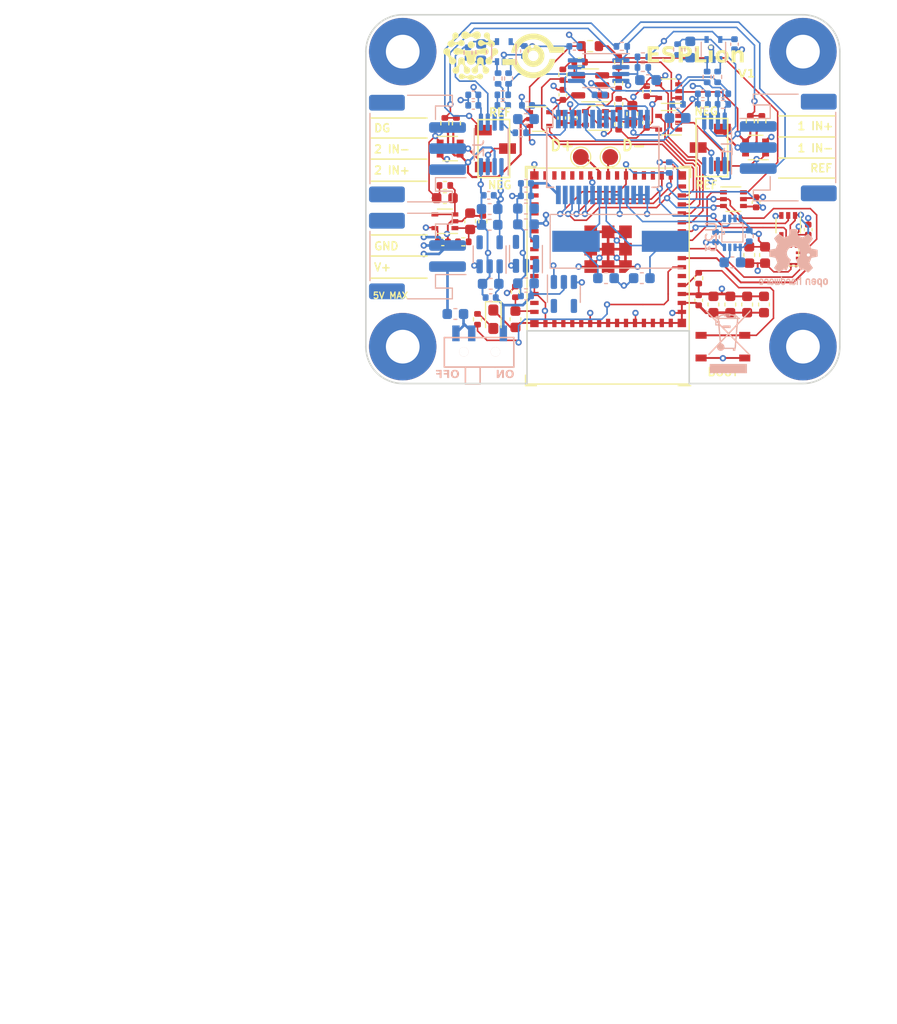
<source format=kicad_pcb>
(kicad_pcb (version 20240108) (generator "pcbnew") (generator_version "8.0")
  (title_block (title "Ganglion") (rev "01") (company "OpenBCI, Inc"))
  (layers (0 "F.Cu" signal) (1 "In1.Cu" signal) (2 "In2.Cu" signal) (31 "B.Cu" signal) (34 "B.Paste" user) (35 "F.Paste" user) (36 "B.SilkS" user "B.Silkscreen") (37 "F.SilkS" user "F.Silkscreen") (38 "B.Mask" user) (39 "F.Mask" user) (44 "Edge.Cuts" user))
  (net 0 "")
  (net 1 "VAA")
  (net 2 "GNDA")
  (net 3 "Net-(U1--)")
  (net 4 "Net-(U7-CHO+)")
  (net 5 "Net-(U7-XCH1+)")
  (net 6 "Net-(U6A-+)")
  (net 7 "/POWER_SUPPLY/V_IN")
  (net 8 "1_IN+")
  (net 9 "2_IN+")
  (net 10 "REF")
  (net 11 "MISO")
  (net 12 "SCK")
  (net 13 "MOSI")
  (net 14 "Net-(U7-OSC2)")
  (net 15 "Net-(U26--)")
  (net 16 "Net-(U15-+)")
  (net 17 "MCP_RST")
  (net 18 "Net-(U7-OSC1)")
  (net 19 "Net-(U25-+)")
  (net 20 "Net-(U25--)")
  (net 21 "uA_SENS")
  (net 22 "MCP_SS")
  (net 23 "LIS_SS")
  (net 24 "DAC_SS")
  (net 25 "INT_1")
  (net 26 "Z_TEST_2")
  (net 27 "Z_TEST_1")
  (net 28 "Z_TEST_REF")
  (net 29 "/POWER_SUPPLY/V_BATT")
  (net 30 "Net-(U2-FB)")
  (net 31 "Net-(U3-FB)")
  (net 32 "Net-(U1-+)")
  (net 33 "Net-(U26-+)")
  (net 34 "Net-(C36-Pad1)")
  (net 35 "Net-(C36-Pad2)")
  (net 36 "MCP_DRDY")
  (net 37 "DRDY")
  (net 38 "Net-(U12-Vout)")
  (net 39 "Net-(U14-+)")
  (net 40 "REF_1")
  (net 41 "Net-(U14--)")
  (net 42 "REF_2")
  (net 43 "Net-(U15--)")
  (net 44 "I_BIAS")
  (net 45 "OUT_1")
  (net 46 "OUT_2")
  (net 47 "V_REF")
  (net 48 "/POWER_SUPPLY/V_ENABLE")
  (net 49 "/SENSORS/IMP_SIG")
  (net 50 "/REF+_OUT")
  (net 51 "2_IN-")
  (net 52 "1_IN-")
  (net 53 "D_G")
  (net 58 "Net-(U16-Y)")
  (net 65 "/MCU/USB_D+")
  (net 66 "/MCU/USB_D-")
  (net 78 "Net-(U8-GPIO0{slash}BOOT)")
  (net 79 "Net-(U8-EN)")
  (net 84 "VDD")
  (net 85 "Net-(SW1-P)")
  (net 86 "Net-(SW2-P)")
  (net 93 "Net-(D2-A)")
  (net 94 "Net-(U8-GPIO2{slash}TOUCH2{slash}ADC1_CH1)")
  (net 98 "Net-(B1-Pin_1)")
  (footprint "Capacitor_SMD:C_0603_1608Metric" (layer "F.Cu") (at 134.6 57.5 90)
    (property "Reference" "C18" (hide yes))
    (property "Value" "10uF" (hide yes))
  )
  (footprint "Capacitor_SMD:C_0603_1608Metric" (layer "F.Cu") (at 133 57.5 90)
    (property "Reference" "C19" (hide yes))
    (property "Value" "1uF" (hide yes))
  )
  (footprint "Capacitor_SMD:C_0402_1005Metric" (layer "F.Cu") (at 131.6 57.1 90)
    (property "Reference" "C20" (hide yes))
    (property "Value" "0.1uF" (hide yes))
  )
  (footprint "Capacitor_SMD:C_0402_1005Metric" (layer "F.Cu") (at 119.7 39.8 -90)
    (property "Reference" "C28" (hide yes))
    (property "Value" "0.1uF" (hide yes))
  )
  (footprint "Capacitor_SMD:C_0402_1005Metric" (layer "F.Cu") (at 118.7 37.6 -90)
    (property "Reference" "C30" (hide yes))
    (property "Value" "0.1uF" (hide yes))
  )
  (footprint "Capacitor_SMD:C_0402_1005Metric" (layer "F.Cu") (at 142 50.4 -90)
    (property "Reference" "C31" (hide yes))
    (property "Value" "0.1uF" (hide yes))
  )
  (footprint "Capacitor_SMD:C_0603_1608Metric" (layer "F.Cu") (at 125.3 39.4 90)
    (property "Reference" "C40" (hide yes))
    (property "Value" "1uF" (hide yes))
  )
  (footprint "Capacitor_SMD:C_0603_1608Metric" (layer "F.Cu") (at 137.8986 52.8 90)
    (property "Reference" "C41" (hide yes))
    (property "Value" "10uF" (hide yes))
  )
  (footprint "Capacitor_SMD:C_0603_1608Metric" (layer "F.Cu") (at 136.4 52.8 90)
    (property "Reference" "C42" (hide yes))
    (property "Value" "1uF" (hide yes))
  )
  (footprint "Resistor_SMD:R_0402_1005Metric" (layer "F.Cu") (at 136.5 40.1 90)
    (property "Reference" "R2" (hide yes))
    (property "Value" "330K" (hide yes))
  )
  (footprint "Resistor_SMD:R_0402_1005Metric" (layer "F.Cu") (at 137.6 40.11 -90)
    (property "Reference" "R3" (hide yes))
    (property "Value" "330K" (hide yes))
  )
  (footprint "Resistor_SMD:R_0402_1005Metric" (layer "F.Cu") (at 107.5 40.3 90)
    (property "Reference" "R4" (hide yes))
    (property "Value" "330K" (hide yes))
  )
  (footprint "Resistor_SMD:R_0402_1005Metric" (layer "F.Cu") (at 108.6 40.3 -90)
    (property "Reference" "R5" (hide yes))
    (property "Value" "330K" (hide yes))
  )
  (footprint "Resistor_SMD:R_0402_1005Metric" (layer "F.Cu") (at 120.3 34.5)
    (property "Reference" "R27" (hide yes))
    (property "Value" "1K" (hide yes))
  )
  (footprint "Resistor_SMD:R_0402_1005Metric" (layer "F.Cu") (at 124 34.5 90)
    (property "Reference" "R28" (hide yes))
    (property "Value" "1K" (hide yes))
  )
  (footprint "Resistor_SMD:R_0603_1608Metric" (layer "F.Cu") (at 121.3 32.9775 180)
    (property "Reference" "R39" (hide yes))
    (property "Value" "100" (hide yes))
  )
  (footprint "OpenBCI_KiCad_library_files:CJS-1200TA" (layer "F.Cu") (at 133.85 44.35 180)
    (property "Reference" "SW1" (hide yes))
    (property "Value" "CJS1200" (hide yes))
  )
  (footprint "OpenBCI_KiCad_library_files:CJS-1200TA" (layer "F.Cu") (at 111.15 40.95)
    (property "Reference" "SW2" (hide yes))
    (property "Value" "CJS1200" (hide yes))
  )
  (footprint "Package_TO_SOT_SMD:SOT-363_SC-70-6" (layer "F.Cu") (at 134.9 47.5)
    (property "Reference" "U12" (hide yes))
    (property "Value" "AD5621" (hide yes))
  )
  (footprint "Package_TO_SOT_SMD:SOT-23-5" (layer "F.Cu") (at 121.3 36.7 180)
    (property "Reference" "U14" (hide yes))
    (property "Value" "MCP6V31T" (hide yes))
  )
  (footprint "Package_TO_SOT_SMD:SOT-353_SC-70-5" (layer "F.Cu") (at 140.1 50 -90)
    (property "Reference" "U16" (hide yes))
    (property "Value" "SN74LVC1G32" (hide yes))
  )
  (footprint "OpenBCI_KiCad_library_files:PTS810" (layer "F.Cu") (at 134.775 61.875 180)
    (property "Reference" "SW6" (hide yes))
    (property "Value" "TACT_SWITCH" (hide yes))
  )
  (footprint "OpenBCI_KiCad_library_files:LIS2DH12" (layer "F.Cu") (at 140.85 51.8875 -90)
    (property "Reference" "U17" (hide yes))
    (property "Value" "LIS2DE12" (hide yes))
  )
  (footprint "Package_TO_SOT_SMD:SOT-353_SC-70-5" (layer "F.Cu") (at 121.8 39.8 180)
    (property "Reference" "U15" (hide yes))
    (property "Value" "MCP6001" (hide yes))
  )
  (footprint "Resistor_SMD:R_0402_1005Metric" (layer "F.Cu") (at 118.7 35.7 90)
    (property "Reference" "R30" (hide yes))
    (property "Value" "1M" (hide yes))
  )
  (footprint "Capacitor_SMD:C_0603_1608Metric" (layer "F.Cu") (at 109.9028 49.6 90)
    (property "Reference" "C45" (hide yes))
    (property "Value" "1uF" (hide yes))
  )
  (footprint "Package_TO_SOT_SMD:SOT-353_SC-70-5" (layer "F.Cu") (at 107.5028 49.6 180)
    (property "Reference" "U25" (hide yes))
    (property "Value" "MCP6V31U" (hide yes))
  )
  (footprint "Package_TO_SOT_SMD:SOT-363_SC-70-6" (layer "F.Cu") (at 137 42.6 180)
    (property "Reference" "U28" (hide yes))
    (property "Value" "TPD4E1B06" (hide yes))
  )
  (footprint "Package_TO_SOT_SMD:SOT-363_SC-70-6" (layer "F.Cu") (at 108 42.7)
    (property "Reference" "U29" (hide yes))
    (property "Value" "TPD4E1B06" (hide yes))
  )
  (footprint "Package_TO_SOT_SMD:SOT-353_SC-70-5" (layer "F.Cu") (at 116.5 39.9)
    (property "Reference" "U18" (hide yes))
    (property "Value" "74LVC1G66" (hide yes))
  )
  (footprint "Package_TO_SOT_SMD:SOT-353_SC-70-5" (layer "F.Cu") (at 128.75 37.25 180)
    (property "Reference" "U21" (hide yes))
    (property "Value" "74LVC1G66" (hide yes))
  )
  (footprint "Package_TO_SOT_SMD:SOT-353_SC-70-5" (layer "F.Cu") (at 128.75 40.25 180)
    (property "Reference" "U22" (hide yes))
    (property "Value" "74LVC1G66" (hide yes))
  )
  (footprint "Capacitor_SMD:C_0603_1608Metric" (layer "F.Cu") (at 107.5 47.4 180)
    (property "Reference" "C46" (hide yes))
    (property "Value" "1uF" (hide yes))
  )
  (footprint "Capacitor_SMD:C_0402_1005Metric" (layer "F.Cu") (at 118.6 39.8 -90)
    (property "Reference" "C33" (hide yes))
    (property "Value" "0.1uF" (hide yes))
  )
  (footprint "Resistor_SMD:R_0402_1005Metric" (layer "F.Cu") (at 131.6 55 90)
    (property "Reference" "R8" (hide yes))
    (property "Value" "10K" (hide yes))
  )
  (footprint "LED_SMD:LED_0603_1608Metric_Pad1.05x0.95mm_HandSolder" (layer "F.Cu") (at 112.1 58.9 -90)
    (property "Reference" "D2" (hide yes))
    (property "Value" "LED" (hide yes))
  )
  (footprint "Resistor_SMD:R_0402_1005Metric" (layer "F.Cu") (at 111.1028 49.6 90)
    (property "Reference" "R20" (hide yes))
    (property "Value" "100K" (hide yes))
  )
  (footprint "MountingHole:MountingHole_3.2mm_M3_Pad" (layer "F.Cu") (at 141.5 33.5)
    (property "Reference" "H1" (hide yes))
    (property "Value" "MountingHole" (hide yes))
  )
  (footprint "Capacitor_SMD:C_0603_1608Metric" (layer "F.Cu") (at 137.8 57.5 -90)
    (property "Reference" "C48" (hide yes))
    (property "Value" "22uF" (hide yes))
  )
  (footprint "Capacitor_SMD:C_0603_1608Metric" (layer "F.Cu") (at 114.2 58.9 90)
    (property "Reference" "C35" (hide yes))
    (property "Value" "1uF" (hide yes))
  )
  (footprint "Resistor_SMD:R_0402_1005Metric" (layer "F.Cu") (at 110.6 58.9 90)
    (property "Reference" "R6" (hide yes))
    (property "Value" "1K" (hide yes))
  )
  (footprint "TestPoint:TestPoint_Pad_D1.5mm" (layer "F.Cu") (at 123.2 43.5)
    (property "Reference" "TP7" (hide yes))
    (property "Value" "TestPoint" (hide yes))
  )
  (footprint "Capacitor_SMD:C_0402_1005Metric" (layer "F.Cu") (at 126.6672 37.25 -90)
    (property "Reference" "C44" (hide yes))
    (property "Value" "0.1uF" (hide yes))
  )
  (footprint "Capacitor_SMD:C_0402_1005Metric" (layer "F.Cu") (at 137.05 47.8 -90)
    (property "Reference" "C13" (hide yes))
    (property "Value" "0.1uF" (hide yes))
  )
  (footprint "MountingHole:MountingHole_3.2mm_M3_Pad" (layer "F.Cu") (at 141.5 61.5)
    (property "Reference" "H4" (hide yes))
    (property "Value" "MountingHole" (hide yes))
  )
  (footprint "Capacitor_SMD:C_0402_1005Metric" (layer "F.Cu") (at 107.3028 51.55 180)
    (property "Reference" "C12" (hide yes))
    (property "Value" "0.1uF" (hide yes))
  )
  (footprint "Resistor_SMD:R_0402_1005Metric" (layer "F.Cu") (at 124 36.5 -90)
    (property "Reference" "R31" (hide yes))
    (property "Value" "1M" (hide yes))
  )
  (footprint "Resistor_SMD:R_0402_1005Metric" (layer "F.Cu") (at 114.2 56.3 -90)
    (property "Reference" "R9" (hide yes))
    (property "Value" "10K" (hide yes))
  )
  (footprint "TestPoint:TestPoint_Pad_D1.5mm" (layer "F.Cu") (at 120.4 43.5)
    (property "Reference" "TP6" (hide yes))
    (property "Value" "TestPoint" (hide yes))
  )
  (footprint "Capacitor_SMD:C_0603_1608Metric" (layer "F.Cu") (at 136.2 57.5 -90)
    (property "Reference" "C47" (hide yes))
    (property "Value" "22uF" (hide yes))
  )
  (footprint "MountingHole:MountingHole_3.2mm_M3_Pad" (layer "F.Cu") (at 103.5 61.5)
    (property "Reference" "H3" (hide yes))
    (property "Value" "MountingHole" (hide yes))
  )
  (footprint "Espressif:ESP32-S3-MINI-1" (layer "F.Cu") (at 123 52.25 180)
    (property "Reference" "U8" (hide yes))
    (property "Value" "ESP32-S3-MINI-1" (hide yes))
  )
  (footprint "Resistor_SMD:R_0402_1005Metric" (layer "F.Cu") (at 124 40.4 90)
    (property "Reference" "R25" (hide yes))
    (property "Value" "100K" (hide yes))
  )
  (footprint "Resistor_SMD:R_0402_1005Metric" (layer "F.Cu") (at 107.5 46.2)
    (property "Reference" "R10" (hide yes))
    (property "Value" "330K" (hide yes))
  )
  (footprint "Capacitor_SMD:C_0402_1005Metric" (layer "F.Cu") (at 126.656953 40.25 -90)
    (property "Reference" "C37" (hide yes))
    (property "Value" "0.1uF" (hide yes))
  )
  (footprint "MountingHole:MountingHole_3.2mm_M3_Pad" (layer "F.Cu") (at 103.5 33.5)
    (property "Reference" "H2" (hide yes))
    (property "Value" "MountingHole" (hide yes))
  )
  (footprint "Resistor_SMD:R_0402_1005Metric" (layer "F.Cu") (at 124.01 38.49 90)
    (property "Reference" "R22" (hide yes))
    (property "Value" "100K" (hide yes))
  )
  (footprint "Resistor_SMD:R_0402_1005Metric" (layer "F.Cu") (at 109.2528 51.55)
    (property "Reference" "R19" (hide yes))
    (property "Value" "100K" (hide yes))
  )
  (footprint "nrrh_logo:impact_logo" (layer "F.Cu") (at 115.9 33.9)
    (property "Reference" "G***" (hide yes))
    (property "Value" "LOGO" (hide yes))
  )
  (footprint "nrrh_logo:nrrh logo" (layer "F.Cu") (at 110.7 33.775563)
    (property "Reference" "G***" (hide yes))
    (property "Value" "LOGO" (hide yes))
  )
  (footprint "Capacitor_SMD:C_0402_1005Metric" (layer "B.Cu") (at 132 38.5 180)
    (property "Reference" "C1" (hide yes))
    (property "Value" "0.1uF" (hide yes))
  )
  (footprint "Capacitor_SMD:C_0402_1005Metric" (layer "B.Cu") (at 132 37.5 180)
    (property "Reference" "C2" (hide yes))
    (property "Value" "0.1uF" (hide yes))
  )
  (footprint "Capacitor_SMD:C_0402_1005Metric" (layer "B.Cu") (at 110.2 37.6 180)
    (property "Reference" "C3" (hide yes))
    (property "Value" "0.1uF" (hide yes))
  )
  (footprint "Capacitor_SMD:C_0402_1005Metric" (layer "B.Cu") (at 110.2 38.6 180)
    (property "Reference" "C4" (hide yes))
    (property "Value" "0.1uF" (hide yes))
  )
  (footprint "Capacitor_SMD:C_0603_1608Metric" (layer "B.Cu") (at 129.6 39.8)
    (property "Reference" "C10" (hide yes))
    (property "Value" "1uF" (hide yes))
  )
  (footprint "Capacitor_SMD:C_0603_1608Metric" (layer "B.Cu") (at 115.2 39.9)
    (property "Reference" "C11" (hide yes))
    (property "Value" "1uF" (hide yes))
  )
  (footprint "Capacitor_SMD:C_0603_1608Metric" (layer "B.Cu") (at 115.2 55.49375)
    (property "Reference" "C16" (hide yes))
    (property "Value" "1uF" (hide yes))
  )
  (footprint "Capacitor_SMD:C_0402_1005Metric" (layer "B.Cu") (at 115.2 56.69375)
    (property "Reference" "C17" (hide yes))
    (property "Value" "0.1uF" (hide yes))
  )
  (footprint "Capacitor_SMD:C_0402_1005Metric" (layer "B.Cu") (at 115.2 46)
    (property "Reference" "C21" (hide yes))
    (property "Value" "0.1uF" (hide yes))
  )
  (footprint "Capacitor_SMD:C_0402_1005Metric" (layer "B.Cu") (at 115.2 47.19375)
    (property "Reference" "C22" (hide yes))
    (property "Value" "0.1uF" (hide yes))
  )
  (footprint "Capacitor_SMD:C_0603_1608Metric" (layer "B.Cu") (at 115.2 49.89375)
    (property "Reference" "C23" (hide yes))
    (property "Value" "1uF" (hide yes))
  )
  (footprint "Capacitor_SMD:C_0402_1005Metric" (layer "B.Cu") (at 115.3 38.6)
    (property "Reference" "C24" (hide yes))
    (property "Value" "0.1uF" (hide yes))
  )
  (footprint "Capacitor_SMD:C_0603_1608Metric" (layer "B.Cu") (at 115.2 48.39375)
    (property "Reference" "C25" (hide yes))
    (property "Value" "10uF" (hide yes))
  )
  (footprint "Capacitor_SMD:C_0603_1608Metric" (layer "B.Cu") (at 111.85 55.5375)
    (property "Reference" "C26" (hide yes))
    (property "Value" "1uF" (hide yes))
  )
  (footprint "Capacitor_SMD:C_0402_1005Metric" (layer "B.Cu") (at 111.85 56.8375)
    (property "Reference" "C27" (hide yes))
    (property "Value" "0.1uF" (hide yes))
  )
  (footprint "Capacitor_SMD:C_0402_1005Metric" (layer "B.Cu") (at 111.6625 47.1375)
    (property "Reference" "C29" (hide yes))
    (property "Value" "0.1uF" (hide yes))
  )
  (footprint "Capacitor_SMD:C_0603_1608Metric" (layer "B.Cu") (at 111.75 49.9375)
    (property "Reference" "C32" (hide yes))
    (property "Value" "1uF" (hide yes))
  )
  (footprint "Capacitor_SMD:C_0603_1608Metric" (layer "B.Cu") (at 111.75 48.4375)
    (property "Reference" "C34" (hide yes))
    (property "Value" "10uF" (hide yes))
  )
  (footprint "Resistor_SMD:R_0402_1005Metric" (layer "B.Cu") (at 113 38.6)
    (property "Reference" "R11" (hide yes))
    (property "Value" "100K" (hide yes))
  )
  (footprint "Resistor_SMD:R_0402_1005Metric" (layer "B.Cu") (at 133.9 38.5)
    (property "Reference" "R15" (hide yes))
    (property "Value" "100K" (hide yes))
  )
  (footprint "Resistor_SMD:R_0402_1005Metric" (layer "B.Cu") (at 133.9 37.5)
    (property "Reference" "R16" (hide yes))
    (property "Value" "2K" (hide yes))
  )
  (footprint "Resistor_SMD:R_0402_1005Metric" (layer "B.Cu") (at 126.3 35)
    (property "Reference" "R17" (hide yes))
    (property "Value" "100K" (hide yes))
  )
  (footprint "Resistor_SMD:R_0402_1005Metric" (layer "B.Cu") (at 113 37.6)
    (property "Reference" "R18" (hide yes))
    (property "Value" "2K" (hide yes))
  )
  (footprint "Resistor_SMD:R_0402_1005Metric" (layer "B.Cu") (at 129.6 38.5)
    (property "Reference" "R23" (hide yes))
    (property "Value" "1K" (hide yes))
  )
  (footprint "Resistor_SMD:R_0402_1005Metric" (layer "B.Cu") (at 114.7 41.2 180)
    (property "Reference" "R24" (hide yes))
    (property "Value" "1K" (hide yes))
  )
  (footprint "OpenBCI_KiCad_library_files:SSSS810701_SSSS810701" (layer "B.Cu") (at 113.05 60.2375 90)
    (property "Reference" "SW5" (hide yes))
    (property "Value" "SPDT" (hide yes))
  )
  (footprint "Package_SO:MSOP-8_3x3mm_P0.65mm" (layer "B.Cu") (at 133.1 42.2 90)
    (property "Reference" "U2" (hide yes))
    (property "Value" "AD8237" (hide yes))
  )
  (footprint "Package_SO:MSOP-8_3x3mm_P0.65mm" (layer "B.Cu") (at 111.9 42.3 90)
    (property "Reference" "U3" (hide yes))
    (property "Value" "AD8237" (hide yes))
  )
  (footprint "Package_SO:SSOP-28_5.3x10.2mm_P0.65mm" (layer "B.Cu") (at 122.5 43.5 -90)
    (property "Reference" "U7" (hide yes))
    (property "Value" "MCP3912" (hide yes))
  )
  (footprint "Package_TO_SOT_SMD:SOT-23-5" (layer "B.Cu") (at 115.2 52.69375 90)
    (property "Reference" "U9" (hide yes))
    (property "Value" "TLV75730PDBVR" (hide yes))
  )
  (footprint "Package_TO_SOT_SMD:SOT-23-5" (layer "B.Cu") (at 118.8 56.5 -90)
    (property "Reference" "U10" (hide yes))
    (property "Value" "NCP300" (hide yes))
  )
  (footprint "Package_TO_SOT_SMD:SOT-23-5" (layer "B.Cu") (at 111.75 52.7375 90)
    (property "Reference" "U11" (hide yes))
    (property "Value" "TLV75730PDBVR" (hide yes))
  )
  (footprint "Capacitor_SMD:C_0603_1608Metric" (layer "B.Cu") (at 108.5 58.4 180)
    (property "Reference" "D1" (hide yes))
    (property "Value" "D_Schottky" (hide yes))
  )
  (footprint "Capacitor_SMD:C_0603_1608Metric" (layer "B.Cu") (at 130.8 33.3 90)
    (property "Reference" "C9" (hide yes))
    (property "Value" "22uF" (hide yes))
  )
  (footprint "Capacitor_SMD:C_0603_1608Metric" (layer "B.Cu") (at 126.79 36.2)
    (property "Reference" "C14" (hide yes))
    (property "Value" "1uF" (hide yes))
  )
  (footprint "Capacitor_SMD:C_0402_1005Metric" (layer "B.Cu") (at 122.2 37.6 180)
    (property "Reference" "C15" (hide yes))
    (property "Value" "0.1uF" (hide yes))
  )
  (footprint "Package_SO:MSOP-8_3x3mm_P0.65mm" (layer "B.Cu") (at 122.1 35.3 180)
    (property "Reference" "U6" (hide yes))
    (property "Value" "LM7332" (hide yes))
  )
  (footprint "Capacitor_SMD:C_0603_1608Metric" (layer "B.Cu") (at 126.2 55)
    (property "Reference" "C43" (hide yes))
    (property "Value" "33pF" (hide yes))
  )
  (footprint "Connector_JST:JST_PH_S2B-PH-SM4-TB_1x02-1MP_P2.00mm_Horizontal" (layer "B.Cu") (at 104.9 52.9 90)
    (property "Reference" "B1" (hide yes))
    (property "Value" "JS_2_Battery" (hide yes))
  )
  (footprint "Capacitor_SMD:C_0603_1608Metric" (layer "B.Cu") (at 134.8 53.5)
    (property "Reference" "C36" (hide yes))
    (property "Value" "0.01uF" (hide yes))
  )
  (footprint "OpenBCI_KiCad_library_files:VSSOP-8" (layer "B.Cu") (at 134.05 49.325)
    (property "Reference" "U23")
    (property "Value" "74LVC2G00")
  )
  (footprint "Capacitor_SMD:C_0603_1608Metric" (layer "B.Cu") (at 122.8 55 180)
    (property "Reference" "C38" (hide yes))
    (property "Value" "33pF" (hide yes))
  )
  (footprint "Capacitor_SMD:C_0603_1608Metric" (layer "B.Cu") (at 110.95 33.55 90)
    (property "Reference" "C39" (hide yes))
    (property "Value" "22uF" (hide yes))
  )
  (footprint "Resistor_SMD:R_0402_1005Metric" (layer "B.Cu") (at 129.6 33.3 90)
    (property "Reference" "R1" (hide yes))
    (property "Value" "1M" (hide yes))
  )
  (footprint "Resistor_SMD:R_0402_1005Metric" (layer "B.Cu") (at 132.4 35.9 90)
    (property "Reference" "R12" (hide yes))
    (property "Value" "1M" (hide yes))
  )
  (footprint "Resistor_SMD:R_0402_1005Metric" (layer "B.Cu") (at 109.7 33.6 90)
    (property "Reference" "R14" (hide yes))
    (property "Value" "1M" (hide yes))
  )
  (footprint "Package_TO_SOT_SMD:SOT-353_SC-70-5" (layer "B.Cu") (at 133 33.3 90)
    (property "Reference" "U1" (hide yes))
    (property "Value" "MCP6V31U" (hide yes))
  )
  (footprint "Resistor_SMD:R_0402_1005Metric" (layer "B.Cu") (at 113.55 36.05 90)
    (property "Reference" "R32" (hide yes))
    (property "Value" "500K" (hide yes))
  )
  (footprint "Resistor_SMD:R_0402_1005Metric" (layer "B.Cu") (at 133.4 35.9 90)
    (property "Reference" "R34" (hide yes))
    (property "Value" "500K" (hide yes))
  )
  (footprint "Package_TO_SOT_SMD:SOT-353_SC-70-5" (layer "B.Cu") (at 113.1 33.5 90)
    (property "Reference" "U26" (hide yes))
    (property "Value" "MCP6V31U" (hide yes))
  )
  (footprint "Crystal:Crystal_SMD_HC49-SD" (layer "B.Cu") (at 124.2 51.5)
    (property "Reference" "Y1" (hide yes))
    (property "Value" "Crystal_Small" (hide yes))
  )
  (footprint "Capacitor_SMD:C_0402_1005Metric" (layer "B.Cu") (at 133.2 51.1 -90)
    (property "Reference" "C6" (hide yes))
    (property "Value" "0.1uF" (hide yes))
  )
  (footprint "Resistor_SMD:R_0402_1005Metric" (layer "B.Cu") (at 124.3 33)
    (property "Reference" "R7" (hide yes))
    (property "Value" "330K" (hide yes))
  )
  (footprint "Connector_JST:JST_PH_S3B-PH-SM4-TB_1x03-1MP_P2.00mm_Horizontal" (layer "B.Cu") (at 140.1 42.6 -90)
    (property "Reference" "J1")
    (property "Value" "Conn_01x03" (hide yes))
  )
  (footprint "Symbol:OSHW-Logo2_7.3x6mm_SilkScreen" (layer "B.Cu") (at 140.6 53.1 180)
    (property "Reference" "REF**" (hide yes))
    (property "Value" "OSHW-Logo2_7.3x6mm_SilkScreen" (hide yes))
  )
  (footprint "Capacitor_SMD:C_0402_1005Metric" (layer "B.Cu") (at 115.05 33.45 90)
    (property "Reference" "C8" (hide yes))
    (property "Value" "0.1uF" (hide yes))
  )
  (footprint "Capacitor_SMD:C_0402_1005Metric" (layer "B.Cu") (at 135 32.8 90)
    (property "Reference" "C7" (hide yes))
    (property "Value" "0.1uF" (hide yes))
  )
  (footprint "Resistor_SMD:R_0402_1005Metric" (layer "B.Cu") (at 136.4 50.99 90)
    (property "Reference" "R21" (hide yes))
    (property "Value" "100K" (hide yes))
  )
  (footprint "Connector_JST:JST_PH_S3B-PH-SM4-TB_1x03-1MP_P2.00mm_Horizontal" (layer "B.Cu") (at 104.9 42.7 90)
    (property "Reference" "J2")
    (property "Value" "Conn_01x03" (hide yes))
  )
  (footprint "Symbol:WEEE-Logo_4.2x6mm_SilkScreen" (layer "B.Cu") (at 134.4 61 180)
    (property "Reference" "REF**" (hide yes))
    (property "Value" "WEEE-Logo_4.2x6mm_SilkScreen" (hide yes))
  )
  (footprint "Resistor_SMD:R_0402_1005Metric" (layer "B.Cu") (at 128.8 44.5 -90)
    (property "Reference" "R26" (hide yes))
    (property "Value" "100K" (hide yes))
  )
  (footprint "Resistor_SMD:R_0402_1005Metric" (layer "B.Cu") (at 126.3 34 180)
    (property "Reference" "R13" (hide yes))
    (property "Value" "100K" (hide yes))
  )
  (footprint "Capacitor_SMD:C_0402_1005Metric" (layer "B.Cu") (at 119.8 33 180)
    (property "Reference" "C5" (hide yes))
    (property "Value" "0.1uF" (hide yes))
  )
  (footprint "Resistor_SMD:R_0402_1005Metric" (layer "B.Cu") (at 112.55 36.05 90)
    (property "Reference" "R29" (hide yes))
    (property "Value" "1M" (hide yes))
  )
  (gr_line (start 144.6 43.6) (end 139.2 43.6) (stroke (width 0.15)) (layer "F.SilkS"))
  (gr_line (start 105.8 45.8) (end 100.4 45.8) (stroke (width 0.15)) (layer "F.SilkS"))
  (gr_line (start 144.6 41.6) (end 139.2 41.6) (stroke (width 0.15)) (layer "F.SilkS"))
  (gr_line (start 105.8 39.8) (end 100.4 39.8) (stroke (width 0.15)) (layer "F.SilkS"))
  (gr_line (start 144.6 45.5) (end 139.2 45.5) (stroke (width 0.15)) (layer "F.SilkS"))
  (gr_line (start 105.8 43.7) (end 100.4 43.7) (stroke (width 0.15)) (layer "F.SilkS"))
  (gr_line (start 105.8 50.9) (end 100.4 50.9) (stroke (width 0.15)) (layer "F.SilkS"))
  (gr_line (start 105.8 55) (end 100.4 55) (stroke (width 0.15)) (layer "F.SilkS"))
  (gr_line (start 105.8 41.7) (end 100.4 41.7) (stroke (width 0.15)) (layer "F.SilkS"))
  (gr_line (start 144.6 39.6) (end 139.2 39.6) (stroke (width 0.15)) (layer "F.SilkS"))
  (gr_line (start 105.8 52.9) (end 100.4 52.9) (stroke (width 0.15)) (layer "F.SilkS"))
  (gr_line (start 115.3 65) (end 115.3 60) (stroke (width 0.15)) (layer "Edge.Cuts"))
  (gr_arc (start 100 33.5) (mid 101.025126 31.025126) (end 103.5 30) (stroke (width 0.15)) (layer "Edge.Cuts"))
  (gr_line (start 130.7 65) (end 141.5 65) (stroke (width 0.15)) (layer "Edge.Cuts"))
  (gr_line (start 130.7 60) (end 130.7 65) (stroke (width 0.15)) (layer "Edge.Cuts"))
  (gr_line (start 145 61.5) (end 145 33.5) (stroke (width 0.15)) (layer "Edge.Cuts"))
  (gr_line (start 103.5 65) (end 115.3 65) (stroke (width 0.15)) (layer "Edge.Cuts"))
  (gr_line (start 115.3 60) (end 130.7 60) (stroke (width 0.15)) (layer "Edge.Cuts"))
  (gr_arc (start 145 61.5) (mid 143.974874 63.974874) (end 141.5 65) (stroke (width 0.15)) (layer "Edge.Cuts"))
  (gr_arc (start 141.5 30) (mid 143.974874 31.025126) (end 145 33.5) (stroke (width 0.15)) (layer "Edge.Cuts"))
  (gr_line (start 100 61.5) (end 100 33.5) (stroke (width 0.15)) (layer "Edge.Cuts"))
  (gr_arc (start 103.5 65) (mid 101.025126 63.974874) (end 100 61.5) (stroke (width 0.15)) (layer "Edge.Cuts"))
  (gr_line (start 103.5 30) (end 141.5 30) (stroke (width 0.15)) (layer "Edge.Cuts"))
  (gr_text "OFF" (at 108.9 64.6 0) (layer "B.SilkS") (effects (font (size 0.75 0.75) (thickness 0.1875) (bold yes)) (justify left bottom mirror)))
  (gr_text "ON" (at 114.1 64.6 0) (layer "B.SilkS") (effects (font (size 0.75 0.75) (thickness 0.1875) (bold yes)) (justify left bottom mirror)))
  (gr_text "REF" (at 131.2 46.6 0) (layer "F.SilkS") (effects (font (size 0.75 0.75) (thickness 0.15) (bold yes)) (justify left bottom)))
  (gr_text "REF" (at 111.6 39.7 0) (layer "F.SilkS") (effects (font (size 0.75 0.75) (thickness 0.15) (bold yes)) (justify left bottom)))
  (gr_text "D+" (at 117.4 43 0) (layer "F.SilkS") (effects (font (size 1 1) (thickness 0.2) (bold yes)) (justify left bottom)))
  (gr_text "GND" (at 100.7 52.4 0) (layer "F.SilkS") (effects (font (size 0.75 0.75) (thickness 0.15) (bold yes)) (justify left bottom)))
  (gr_text "NEG" (at 131.1 39.6 0) (layer "F.SilkS") (effects (font (size 0.75 0.75) (thickness 0.15) (bold yes)) (justify left bottom)))
  (gr_text "V1" (at 135.3 36.1 0) (layer "F.SilkS") (effects (font (size 0.8 0.8) (thickness 0.16) (bold yes)) (justify left bottom)))
  (gr_text "2 IN+" (at 100.7 45.2 0) (layer "F.SilkS") (effects (font (size 0.75 0.75) (thickness 0.15) (bold yes)) (justify left bottom)))
  (gr_text "5V MAX" (at 100.6 57 0) (layer "F.SilkS") (effects (font (size 0.6 0.6) (thickness 0.12) (bold yes)) (justify left bottom)))
  (gr_text "DG" (at 100.7 41.2 0) (layer "F.SilkS") (effects (font (size 0.75 0.75) (thickness 0.15) (bold yes)) (justify left bottom)))
  (gr_text "BOOT" (at 133.9 63.9 0) (layer "F.SilkS") (effects (font (size 0.75 0.75))))
  (gr_text "D-" (at 124.2 43 0) (layer "F.SilkS") (effects (font (size 1 1) (thickness 0.2) (bold yes)) (justify left bottom)))
  (gr_text "REF" (at 142.1 45 0) (layer "F.SilkS") (effects (font (size 0.75 0.75) (thickness 0.15) (bold yes)) (justify left bottom)))
  (gr_text "NEG" (at 111.5 46.6 0) (layer "F.SilkS") (effects (font (size 0.75 0.75) (thickness 0.15) (bold yes)) (justify left bottom)))
  (gr_text "2 IN-" (at 100.7 43.2 0) (layer "F.SilkS") (effects (font (size 0.75 0.75) (thickness 0.15) (bold yes)) (justify left bottom)))
  (gr_text "1 IN-" (at 140.9 43.1 0) (layer "F.SilkS") (effects (font (size 0.75 0.75) (thickness 0.15) (bold yes)) (justify left bottom)))
  (gr_text "1 IN+" (at 140.9 41 0) (layer "F.SilkS") (effects (font (size 0.75 0.75) (thickness 0.15) (bold yes)) (justify left bottom)))
  (gr_text "ESPLion" (at 131.3 33.9 0) (layer "F.SilkS") (effects (font (size 1.5 1.5) (thickness 0.3) (bold yes))))
  (gr_text "V+" (at 100.7 54.4 0) (layer "F.SilkS") (effects (font (size 0.75 0.75) (thickness 0.15) (bold yes)) (justify left bottom)))
  (segment (start 126.6672 37.73) (end 127.63 37.73) (width 0.15) (layer "F.Cu") (net 1))
  (segment (start 127.2 40.186953) (end 126.656953 40.73) (width 0.15) (layer "F.Cu") (net 1))
  (segment (start 108.7428 51.55) (end 108.0928 52.2) (width 0.15) (layer "F.Cu") (net 1))
  (segment (start 119.87 40.45) (end 120.85 40.45) (width 0.15) (layer "F.Cu") (net 1))
  (segment (start 124.9 41.7) (end 125.686953 41.7) (width 0.15) (layer "F.Cu") (net 1))
  (segment (start 106.8228 50.52) (end 106.5528 50.25) (width 0.15) (layer "F.Cu") (net 1))
  (segment (start 127.2 38.5) (end 127.2 40.186953) (width 0.15) (layer "F.Cu") (net 1))
  (segment (start 125.686953 41.7) (end 126.656953 40.73) (width 0.15) (layer "F.Cu") (net 1))
  (segment (start 118.6 40.28) (end 119.7 40.28) (width 0.15) (layer "F.Cu") (net 1))
  (segment (start 106.8228 51.72) (end 106.8228 51.55) (width 0.15) (layer "F.Cu") (net 1))
  (segment (start 118.68 38.1) (end 118.7 38.08) (width 0.15) (layer "F.Cu") (net 1))
  (segment (start 126.656953 40.73) (end 127.63 40.73) (width 0.15) (layer "F.Cu") (net 1))
  (segment (start 124 40.91) (end 124.11 40.91) (width 0.15) (layer "F.Cu") (net 1))
  (segment (start 106.8228 51.55) (end 106.8228 50.52) (width 0.15) (layer "F.Cu") (net 1))
  (segment (start 117.45 39.25) (end 117.53 39.25) (width 0.15) (layer "F.Cu") (net 1))
  (segment (start 118.6 40.28) (end 118.48 40.28) (width 0.15) (layer "F.Cu") (net 1))
  (segment (start 120.1625 37.65) (end 119.45 37.65) (width 0.15) (layer "F.Cu") (net 1))
  (segment (start 105.7 50.2) (end 106.5028 50.2) (width 0.15) (layer "F.Cu") (net 1))
  (segment (start 107.3028 52.2) (end 106.8228 51.72) (width 0.15) (layer "F.Cu") (net 1))
  (segment (start 127.2 38.5) (end 127.8 37.9) (width 0.15) (layer "F.Cu") (net 1))
  (segment (start 124.11 40.91) (end 124.9 41.7) (width 0.15) (layer "F.Cu") (net 1))
  (segment (start 118.48 40.28) (end 117.45 39.25) (width 0.15) (layer "F.Cu") (net 1))
  (segment (start 117.53 39.25) (end 118.7 38.08) (width 0.15) (layer "F.Cu") (net 1))
  (segment (start 119.7 40.28) (end 119.87 40.45) (width 0.15) (layer "F.Cu") (net 1))
  (segment (start 106.5028 50.2) (end 106.5528 50.25) (width 0.15) (layer "F.Cu") (net 1))
  (segment (start 117.8 38.1) (end 118.68 38.1) (width 0.15) (layer "F.Cu") (net 1))
  (segment (start 127.63 37.73) (end 127.8 37.9) (width 0.15) (layer "F.Cu") (net 1))
  (segment (start 127.63 40.73) (end 127.8 40.9) (width 0.15) (layer "F.Cu") (net 1))
  (segment (start 108.0928 52.2) (end 107.3028 52.2) (width 0.15) (layer "F.Cu") (net 1))
  (segment (start 119.45 37.65) (end 119.02 38.08) (width 0.15) (layer "F.Cu") (net 1))
  (segment (start 119.02 38.08) (end 118.7 38.08) (width 0.15) (layer "F.Cu") (net 1))
  (via (at 127.2 38.5) (size 0.6) (drill 0.3) (layers "F.Cu" "B.Cu") (net 1))
  (via (at 112.8 47.5) (size 0.6) (drill 0.3) (layers "F.Cu" "B.Cu") (net 1))
  (via (at 117.8 38.1) (size 0.6) (drill 0.3) (layers "F.Cu" "B.Cu") (net 1))
  (via (at 131.042051 36.763366) (size 0.6) (drill 0.3) (layers "F.Cu" "B.Cu") (net 1))
  (via (at 110.229122 36.870878) (size 0.6) (drill 0.3) (layers "F.Cu" "B.Cu") (net 1))
  (via (at 115.8 33) (size 0.6) (drill 0.3) (layers "F.Cu" "B.Cu") (net 1))
  (via (at 112.8 46.7) (size 0.6) (drill 0.3) (layers "F.Cu" "B.Cu") (net 1))
  (via (at 105.7 50.2) (size 0.6) (drill 0.3) (layers "F.Cu" "B.Cu") (net 1))
  (via (at 128.3 32.5) (size 0.6) (drill 0.3) (layers "F.Cu" "B.Cu") (net 1))
  (segment (start 132.125 38.855) (end 132.125 40.0875) (width 0.15) (layer "B.Cu") (net 1))
  (segment (start 126.81 34) (end 129.21 31.6) (width 0.15) (layer "B.Cu") (net 1))
  (segment (start 131.042051 36.763366) (end 131.743366 36.763366) (width 0.15) (layer "B.Cu") (net 1))
  (segment (start 132.9 31.6) (end 133.65 32.35) (width 0.15) (layer "B.Cu") (net 1))
  (segment (start 131.743366 36.763366) (end 132.48 37.5) (width 0.15) (layer "B.Cu") (net 1))
  (segment (start 134.075 42.975) (end 132.125 41.025) (width 0.15) (layer "B.Cu") (net 1))
  (segment (start 119.32 33.6575) (end 119.9875 34.325) (width 0.15) (layer "B.Cu") (net 1))
  (segment (start 112.7 51.6) (end 112.7 47.695) (width 0.15) (layer "B.Cu") (net 1))
  (segment (start 114.17 32.97) (end 113.75 32.55) (width 0.15) (layer "B.Cu") (net 1))
  (segment (start 112.8 47.5) (end 112.8 46.7) (width 0.25) (layer "B.Cu") (net 1))
  (segment (start 112.875 46.625) (end 112.8 46.7) (width 0.15) (layer "B.Cu") (net 1))
  (segment (start 119.32 33) (end 119.32 33.6575) (width 0.15) (layer "B.Cu") (net 1))
  (segment (start 110.925 38.845) (end 110.68 38.6) (width 0.15) (layer "B.Cu") (net 1))
  (segment (start 115.08 33) (end 115.05 32.97) (width 0.15) (layer "B.Cu") (net 1))
  (segment (start 110.68 38.6) (end 110.68 37.6) (width 0.15) (layer "B.Cu") (net 1))
  (segment (start 110.229122 37.149122) (end 110.68 37.6) (width 0.15) (layer "B.Cu") (net 1))
  (segment (start 119.32 33) (end 115.08 33) (width 0.15) (layer "B.Cu") (net 1))
  (segment (start 115.78 38.6) (end 116.975 38.6) (width 0.15) (layer "B.Cu") (net 1))
  (segment (start 118.275 39.9) (end 118.275 38.575) (width 0.15) (layer "B.Cu") (net 1))
  (segment (start 112.525 47.775) (end 112.8 47.5) (width 0.25) (layer "B.Cu") (net 1))
  (segment (start 110.229122 36.870878) (end 110.229122 37.149122) (width 0.15) (layer "B.Cu") (net 1))
  (segment (start 134.075 44.3125) (end 134.075 42.975) (width 0.15) (layer "B.Cu") (net 1))
  (segment (start 129.21 31.6) (end 132.9 31.6) (width 0.15) (layer "B.Cu") (net 1))
  (segment (start 132.48 38.5) (end 132.125 38.855) (width 0.15) (layer "B.Cu") (net 1))
  (segment (start 132.5 37.5) (end 132.5 38.5) (width 0.15) (layer "B.Cu") (net 1))
  (segment (start 112.875 44.4125) (end 112.875 46.625) (width 0.15) (layer "B.Cu") (net 1))
  (segment (start 118.275 38.575) (end 117.8 38.1) (width 0.15) (layer "B.Cu") (net 1))
  (segment (start 112.525 48.4375) (end 112.525 47.775) (width 0.25) (layer "B.Cu") (net 1))
  (segment (start 132.125 41.025) (end 132.125 40.0875) (width 0.15) (layer "B.Cu") (net 1))
  (segment (start 134.97 32.35) (end 135 32.32) (width 0.15) (layer "B.Cu") (net 1))
  (segment (start 110.925 40.1875) (end 110.925 38.845) (width 0.15) (layer "B.Cu") (net 1))
  (segment (start 112.7 47.695) (end 112.1425 47.1375) (width 0.15) (layer "B.Cu") (net 1))
  (segment (start 133.65 32.35) (end 134.97 32.35) (width 0.15) (layer "B.Cu") (net 1))
  (segment (start 116.975 38.6) (end 118.275 39.9) (width 0.15) (layer "B.Cu") (net 1))
  (segment (start 115.05 32.97) (end 114.17 32.97) (width 0.15) (layer "B.Cu") (net 1))
  (segment (start 129.9 58.3) (end 130 58.2) (width 0.15) (layer "F.Cu") (net 2))
  (segment (start 115.55 41.95) (end 115.6 42) (width 0.15) (layer "F.Cu") (net 2))
  (segment (start 137.3 51.4264) (end 137.8986 52.025) (width 0.1778) (layer "F.Cu") (net 2))
  (segment (start 128.193408 36) (end 127 36) (width 0.15) (layer "F.Cu") (net 2))
  (segment (start 107.7828 49.9172) (end 108.1 49.6) (width 0.1778) (layer "F.Cu") (net 2))
  (segment (start 122.175597 53.074403) (end 123 52.25) (width 0.15) (layer "F.Cu") (net 2))
  (segment (start 121.35 50.6) (end 124.65 50.6) (width 0.25) (layer "F.Cu") (net 2))
  (segment (start 123 50.6) (end 123 53.9) (width 0.25) (layer "F.Cu") (net 2))
  (segment (start 134.6 58.275) (end 137.8 58.275) (width 0.1778) (layer "F.Cu") (net 2))
  (segment (start 122.6 41.3) (end 123 41.3) (width 0.15) (layer "F.Cu") (net 2))
  (segment (start 116.2 56.5) (end 116 56.5) (width 0.15) (layer "F.Cu") (net 2))
  (segment (start 124.65 50.6) (end 124.65 53.9) (width 0.25) (layer "F.Cu") (net 2))
  (segment (start 115.7 42.1) (end 115.8 42.1) (width 0.15) (layer "F.Cu") (net 2))
  (segment (start 121.35 53.9) (end 120.2 53.9) (width 0.15) (layer "F.Cu") (net 2))
  (segment (start 119.4 38.5) (end 119.4 39.02) (width 0.15) (layer "F.Cu") (net 2))
  (segment (start 123.825278 51.426495) (end 123.826495 51.426495) (width 0.15) (layer "F.Cu") (net 2))
  (segment (start 125.6 59.2) (end 125.55 59.25) (width 0.15) (layer "F.Cu") (net 2))
  (segment (start 111.1028 49.09) (end 110.1678 49.09) (width 0.1778) (layer "F.Cu") (net 2))
  (segment (start 121.4 36.5) (end 122.2375 36.5) (width 0.15) (layer "F.Cu") (net 2))
  (segment (start 125.6 58.3) (end 125.6 59.2) (width 0.15) (layer "F.Cu") (net 2))
  (segment (start 139.3 52.5875) (end 139.3 53.0875) (width 0.15) (layer "F.Cu") (net 2))
  (segment (start 139.3 53.5875) (end 139.35 53.6375) (width 0.15) (layer "F.Cu") (net 2))
  (segment (start 138.5 41.6) (end 138.3 41.6) (width 0.15) (layer "F.Cu") (net 2))
  (segment (start 119.4 39.02) (end 119.7 39.32) (width 0.15) (layer "F.Cu") (net 2))
  (segment (start 123.825278 51.426495) (end 123.825278 51.425278) (width 0.15) (layer "F.Cu") (net 2))
  (segment (start 123.826495 51.426495) (end 124.65 52.25) (width 0.15) (layer "F.Cu") (net 2))
  (segment (start 116 55.65) (end 116 56.5) (width 0.15) (layer "F.Cu") (net 2))
  (segment (start 121.35 53.9) (end 124.65 53.9) (width 0.25) (layer "F.Cu") (net 2))
  (segment (start 139.4 49.1) (end 139.45 49.05) (width 0.15) (layer "F.Cu") (net 2))
  (segment (start 123.002709 52.25) (end 123.825886 53.073177) (width 0.15) (layer "F.Cu") (net 2))
  (segment (start 122.175597 53.075701) (end 122.174299 53.075701) (width 0.15) (layer "F.Cu") (net 2))
  (segment (start 130 45.1) (end 130 45.25) (width 0.15) (layer "F.Cu") (net 2))
  (segment (start 129.1 58.3) (end 129.9 58.3) (width 0.15) (layer "F.Cu") (net 2))
  (segment (start 131.37 57.35) (end 131.6 57.58) (width 0.1778) (layer "F.Cu") (net 2))
  (segment (start 137.8986 52.025) (end 136.4 52.025) (width 0.15) (layer "F.Cu") (net 2))
  (segment (start 123.1 39.8) (end 122.75 39.8) (width 0.15) (layer "F.Cu") (net 2))
  (segment (start 116 59.25) (end 114.625 59.25) (width 0.1778) (layer "F.Cu") (net 2))
  (segment (start 115.55 40.55) (end 115.55 41.95) (width 0.15) (layer "F.Cu") (net 2))
  (segment (start 130 59.25) (end 130 57.35) (width 0.1778) (layer "F.Cu") (net 2))
  (segment (start 131.825 62.575) (end 135.975 62.575) (width 0.1778) (layer "F.Cu") (net 2))
  (segment (start 128.430584 35.762824) (end 128.193408 36) (width 0.15) (layer "F.Cu") (net 2))
  (segment (start 138.3 41.6) (end 137.95 41.95) (width 0.15) (layer "F.Cu") (net 2))
  (segment (start 127 36) (end 126.6672 36.3328) (width 0.15) (layer "F.Cu") (net 2))
  (segment (start 123.825278 51.425278) (end 123 50.6) (width 0.15) (layer "F.Cu") (net 2))
  (segment (start 116 44.2) (end 116 45.25) (width 0.15) (layer "F.Cu") (net 2))
  (segment (start 122.175597 53.075701) (end 122.175597 53.074403) (width 0.15) (layer "F.Cu") (net 2))
  (segment (start 128.9 44) (end 130 45.1) (width 0.15) (layer "F.Cu") (net 2))
  (segment (start 135.95 47.4) (end 135.85 47.5) (width 0.1778) (layer "F.Cu") (net 2))
  (segment (start 126.6672 36.3328) (end 126.6672 36.77) (width 0.15) (layer "F.Cu") (net 2))
  (segment (start 122.174299 53.075701) (end 121.35 53.9) (width 0.15) (layer "F.Cu") (net 2))
  (segment (start 137.95 42.6) (end 137.95 41.95) (width 0.15) (layer "F.Cu") (net 2))
  (segment (start 121.35 52.25) (end 124.65 52.25) (width 0.25) (layer "F.Cu") (net 2))
  (segment (start 109.1278 49.6) (end 109.9028 48.825) (width 0.1778) (layer "F.Cu") (net 2))
  (segment (start 129.7 35.9) (end 129.7 36.6) (width 0.15) (layer "F.Cu") (net 2))
  (segment (start 137.3 50.8) (end 137.3 51.4264) (width 0.1778) (layer "F.Cu") (net 2))
  (segment (start 118.53 39.25) (end 118.6 39.32) (width 0.15) (layer "F.Cu") (net 2))
  (segment (start 123.825886 53.075886) (end 124.65 53.9) (width 0.15) (layer "F.Cu") (net 2))
  (segment (start 130 59.25) (end 116 59.25) (width 0.1778) (layer "F.Cu") (net 2))
  (segment (start 126.656953 39.77) (end 126.445 39.77) (width 0.15) (layer "F.Cu") (net 2))
  (segment (start 123 41.3) (end 123.3 41) (width 0.15) (layer "F.Cu") (net 2))
  (segment (start 127.9 44) (end 128.9 44) (width 0.15) (layer "F.Cu") (net 2))
  (segment (start 125.4 37.8) (end 125.4 38.525) (width 0.15) (layer "F.Cu") (net 2))
  (segment (start 125.4 38.525) (end 125.3 38.625) (width 0.15) (layer "F.Cu") (net 2))
  (segment (start 114.625 59.25) (end 114.2 59.675) (width 0.1778) (layer "F.Cu") (net 2))
  (segment (start 123.825886 53.073177) (end 123.825886 53.075886) (width 0.15) (layer "F.Cu") (net 2))
  (segment (start 121.35 52.25) (end 121.35 50.6) (width 0.25) (layer "F.Cu") (net 2))
  (segment (start 134.6 58.275) (end 133 58.275) (width 0.25) (layer "F.Cu") (net 2))
  (segment (start 112.1 58.025) (end 113.75 59.675) (width 0.1778) (layer "F.Cu") (net 2))
  (segment (start 107.4 43.7) (end 107.05 43.35) (width 0.1778) (layer "F.Cu") (net 2))
  (segment (start 107.7828 51.55) (end 107.7828 49.9172) (width 0.1778) (layer "F.Cu") (net 2))
  (segment (start 126.445 39.77) (end 125.3 38.625) (width 0.15) (layer "F.Cu") (net 2))
  (segment (start 118.6 39.32) (end 119.7 39.32) (width 0.15) (layer "F.Cu") (net 2))
  (segment (start 124.01 37.98) (end 124.655 37.98) (width 0.15) (layer "F.Cu") (net 2))
  (segment (start 124.65 53.9) (end 125.8 53.9) (width 0.15) (layer "F.Cu") (net 2))
  (segment (start 122.2375 36.5) (end 122.4375 36.7) (width 0.15) (layer "F.Cu") (net 2))
  (segment (start 124.655 37.98) (end 125.3 38.625) (width 0.15) (layer "F.Cu") (net 2))
  (segment (start 137.07 47.3) (end 137.05 47.32) (width 0.15) (layer "F.Cu") (net 2))
  (segment (start 115.6 42) (end 115.7 42.1) (width 0.15) (layer "F.Cu") (net 2))
  (segment (start 117.05 57.35) (end 116.2 56.5) (width 0.15) (layer "F.Cu") (net 2))
  (segment (start 121.3 58.3) (end 121.3 59.25) (width 0.15) (layer "F.Cu") (net 2))
  (segment (start 126.6672 36.77) (end 126.43 36.77) (width 0.15) (layer "F.Cu") (net 2))
  (segment (start 138.9 49.1) (end 139.4 49.1) (width 0.15) (layer "F.Cu") (net 2))
  (segment (start 131 38.3) (end 131 38) (width 0.15) (layer "F.Cu") (net 2))
  (segment (start 118.192725 37.12) (end 118.7 37.12) (width 0.15) (layer "F.Cu") (net 2))
  (segment (start 132.295 58.275) (end 131.6 57.58) (width 0.25) (layer "F.Cu") (net 2))
  (segment (start 126.43 36.77) (end 125.4 37.8) (width 0.15) (layer "F.Cu") (net 2))
  (segment (start 130 57.35) (end 131.37 57.35) (width 0.1778) (layer "F.Cu") (net 2))
  (segment (start 133 58.275) (end 132.295 58.275) (width 0.25) (layer "F.Cu") (net 2))
  (segment (start 136.97 47.4) (end 135.95 47.4) (width 0.1778) (layer "F.Cu") (net 2))
  (segment (start 137.7 47.3) (end 137.07 47.3) (width 0.15) (layer "F.Cu") (net 2))
  (segment (start 129.7 39.6) (end 131 38.3) (width 0.15) (layer "F.Cu") (net 2))
  (segment (start 123.3 41) (end 123.3 40) (width 0.15) (layer "F.Cu") (net 2))
  (segment (start 108.1 49.6) (end 108.4528 49.6) (width 0.1778) (layer "F.Cu") (net 2))
  (segment (start 139.3 52.5875) (end 138.4611 52.5875) (width 0.15) (layer "F.Cu") (net 2))
  (segment (start 123 52.25) (end 123.002709 52.25) (width 0.15) (layer "F.Cu") (net 2))
  (segment (start 136.075 62.575) (end 136.075 62.525) (width 0.15) (layer "F.Cu") (net 2))
  (segment (start 108.4528 49.6) (end 109.1278 49.6) (width 0.1778) (layer "F.Cu") (net 2))
  (segment (start 107.7 43.7) (end 107.4 43.7) (width 0.1778) (layer "F.Cu") (net 2))
  (segment (start 113.75 59.675) (end 114.2 59.675) (width 0.1778) (layer "F.Cu") (net 2))
  (segment (start 142 49.3) (end 142 49.92) (width 0.15) (layer "F.Cu") (net 2))
  (segment (start 139.85 53.6375) (end 139.35 53.6375) (width 0.15) (layer "F.Cu") (net 2))
  (segment (start 117.05 59.25) (end 117.05 57.35) (width 0.15) (layer "F.Cu") (net 2))
  (segment (start 110.1678 49.09) (end 109.9028 48.825) (width 0.1778) (layer "F.Cu") (net 2))
  (segment (start 138.4611 52.5875) (end 137.8986 52.025) (width 0.15) (layer "F.Cu") (net 2))
  (segment (start 123.3 40) (end 123.1 39.8) (width 0.15) (layer "F.Cu") (net 2))
  (segment (start 121.35 52.25) (end 121.35 53.9) (width 0.25) (layer "F.Cu") (net 2))
  (segment (start 139.3 53.0875) (end 139.3 53.5875) (width 0.15) (layer "F.Cu") (net 2))
  (segment (start 117.822268 36.749543) (end 118.192725 37.12) (width 0.15) (layer "F.Cu") (net 2))
  (via (at 109 38.1) (size 0.6) (drill 0.3) (layers "F.Cu" "B.Cu") (net 2))
  (via (at 105.5 52.7) (size 0.6) (drill 0.3) (layers "F.Cu" "B.Cu") (net 2))
  (via (at 137.3 50.8) (size 0.6) (drill 0.3) (layers "F.Cu" "B.Cu") (net 2))
  (via (at 119.4 38.5) (size 0.6) (drill 0.3) (layers "F.Cu" "B.Cu") (net 2))
  (via (at 123.825886 53.073177) (size 0.6) (drill 0.3) (layers "F.Cu" "B.Cu") (net 2))
  (via (at 132.778768 33.121232) (size 0.6) (drill 0.3) (layers "F.Cu" "B.Cu") (net 2))
  (via (at 110.9 46.1) (size 0.6) (drill 0.3) (layers "F.Cu" "B.Cu") (net 2))
  (via (at 105.5 51.1) (size 0.6) (drill 0.3) (layers "F.Cu" "B.Cu") (net 2))
  (via (at 125.4 41.175) (size 0.6) (drill 0.3) (layers "F.Cu" "B.Cu") (net 2))
  (via (at 138.5 41.6) (size 0.6) (drill 0.3) (layers "F.Cu" "B.Cu") (net 2))
  (via (at 137.7 47.3) (size 0.6) (drill 0.3) (layers "F.Cu" "B.Cu") (net 2))
  (via (at 135.7 33.3) (size 0.6) (drill 0.3) (layers "F.Cu" "B.Cu") (net 2))
  (via (at 122.175597 53.075701) (size 0.6) (drill 0.3) (layers "F.Cu" "B.Cu") (net 2))
  (via (at 114.8 37.8) (size 0.6) (drill 0.3) (layers "F.Cu" "B.Cu") (net 2))
  (via (at 120.5 55.4) (size 0.6) (drill 0.3) (layers "F.Cu" "B.Cu") (net 2))
  (via (at 111.6 52.6) (size 0.6) (drill 0.3) (layers "F.Cu" "B.Cu") (net 2))
  (via (at 116 44.2) (size 0.6) (drill 0.3) (layers "F.Cu" "B.Cu") (net 2))
  (via (at 107.7 50.8) (size 0.6) (drill 0.3) (layers "F.Cu" "B.Cu") (net 2))
  (via (at 138.9 49.1) (size 0.6) (drill 0.3) (layers "F.Cu" "B.Cu") (net 2))
  (via (at 133.9 62.6) (size 0.6) (drill 0.3) (layers "F.Cu" "B.Cu") (net 2))
  (via (at 117 58.1) (size 0.6) (drill 0.3) (layers "F.Cu" "B.Cu") (net 2))
  (via (at 124.5 55.7) (size 0.6) (drill 0.3) (layers "F.Cu" "B.Cu") (net 2))
  (via (at 113.1 33.8) (size 0.6) (drill 0.3) (layers "F.Cu" "B.Cu") (net 2))
  (via (at 125.8 53.9) (size 0.6) (drill 0.3) (layers "F.Cu" "B.Cu") (net 2))
  (via (at 119.3 31.9) (size 0.6) (drill 0.3) (layers "F.Cu" "B.Cu") (net 2))
  (via (at 120.2 53.9) (size 0.6) (drill 0.3) (layers "F.Cu" "B.Cu") (net 2))
  (via (at 115.8 42.1) (size 0.6) (drill 0.3) (layers "F.Cu" "B.Cu") (net 2))
  (via (at 129.1 58.3) (size 0.6) (drill 0.3) (layers "F.Cu" "B.Cu") (net 2))
  (via (at 128.430584 35.762824) (size 0.6) (drill 0.3) (layers "F.Cu" "B.Cu") (net 2))
  (via (at 124.9 36.7) (size 0.6) (drill 0.3) (layers "F.Cu" "B.Cu") (net 2))
  (via (at 121.4 36.5) (size 0.6) (drill 0.3) (layers "F.Cu" "B.Cu") (net 2))
  (via (at 107.7 43.7) (size 0.6) (drill 0.3) (layers "F.Cu" "B.Cu") (net 2))
  (via (at 113.9 47.2) (size 0.6) (drill 0.3) (layers "F.Cu" "B.Cu") (net 2))
  (via (at 125.4 37.8) (size 0.6) (drill 0.3) (layers "F.Cu" "B.Cu") (net 2))
  (via (at 125.6 58.3) (size 0.6) (drill 0.3) (layers "F.Cu" "B.Cu") (net 2))
  (via (at 126.7 48.9) (size 0.6) (drill 0.3) (layers "F.Cu" "B.Cu") (net 2))
  (via (at 122.6 41.3) (size 0.6) (drill 0.3) (layers "F.Cu" "B.Cu") (net 2))
  (via (at 131 38) (size 0.6) (drill 0.3) (layers "F.Cu" "B.Cu") (net 2))
  (via (at 121.3 58.3) (size 0.6) (drill 0.3) (layers "F.Cu" "B.Cu") (net 2))
  (via (at 105.5 51.9) (size 0.6) (drill 0.3) (layers "F.Cu" "B.Cu") (net 2))
  (via (at 123.825278 51.426495) (size 0.6) (drill 0.3) (layers "F.Cu" "B.Cu") (net 2))
  (via (at 142 49.3) (size 0.6) (drill 0.3) (layers "F.Cu" "B.Cu") (net 2))
  (via (at 117.822268 36.749543) (size 0.6) (drill 0.3) (layers "F.Cu" "B.Cu") (net 2))
  (via (at 114.9 52.6) (size 0.6) (drill 0.3) (layers "F.Cu" "B.Cu") (net 2))
  (via (at 129.7 35.9) (size 0.6) (drill 0.3) (layers "F.Cu" "B.Cu") (net 2))
  (via (at 124.1 48.9) (size 0.6) (drill 0.3) (layers "F.Cu" "B.Cu") (net 2))
  (via (at 127.9 44) (size 0.6) (drill 0.3) (layers "F.Cu" "B.Cu") (net 2))
  (via (at 132.8 45.8) (size 0.6) (drill 0.3) (layers "F.Cu" "B.Cu") (net 2))
  (segment (start 121.58 36.5) (end 122.68 37.6) (width 0.15) (layer "B.Cu") (net 2))
  (segment (start 132.125 45.125) (end 132.125 44.3125) (width 0.15) (layer "B.Cu") (net 2))
  (segment (start 114.8 37.8) (end 114.8 38.58) (width 0.15) (layer "B.Cu") (net 2))
  (segment (start 114.67 55.78875) (end 114.375 55.49375) (width 0.1778) (layer "B.Cu") (net 2))
  (segment (start 119.7875 55.4) (end 119.75 55.3625) (width 0.1778) (layer "B.Cu") (net 2))
  (segment (start 128.1 41.4) (end 128.825 40.675) (width 0.15) (layer "B.Cu") (net 2))
  (segment (start 110.925 46.88) (end 110.925 44.4125) (width 0.1778) (layer "B.Cu") (net 2))
  (segment (start 136.4 50.175) (end 135.55 49.325) (width 0.1778) (layer "B.Cu") (net 2))
  (segment (start 114.8 38.58) (end 114.82 38.6) (width 0.15) (layer "B.Cu") (net 2))
  (segment (start 113.9 47.2) (end 114.71375 47.2) (width 0.15) (layer "B.Cu") (net 2))
  (segment (start 125.625 41.4) (end 128.1 41.4) (width 0.15) (layer "B.Cu") (net 2))
  (segment (start 127.993408 36.2) (end 128.430584 35.762824) (width 0.15) (layer "B.Cu") (net 2))
  (segment (start 127.565 36.2) (end 126.81 35.445) (width 0.1778) (layer "B.Cu") (net 2))
  (segment (start 126.7 48.9) (end 126.7 48.7) (width 0.15) (layer "B.Cu") (net 2))
  (segment (start 114.375 49.89375) (end 114.375 48.39375) (width 0.1778) (layer "B.Cu") (net 2))
  (segment (start 115.15 54.71875) (end 115.15 53.83125) (width 0.1778) (layer "B.Cu") (net 2))
  (segment (start 125.425 47.1) (end 126.725 47.1) (width 0.1778) (layer "B.Cu") (net 2))
  (segment (start 115 53.68125) (end 115 50.51875) (width 0.1778) (layer "B.Cu") (net 2))
  (segment (start 120.5 55.4) (end 119.7875 55.4) (width 0.1778) (layer "B.Cu") (net 2))
  (segment (start 114.82 38.6) (end 114.82 38.745) (width 0.15) (layer "B.Cu") (net 2))
  (segment (start 113.1 33.8) (end 113.1 34.45) (width 0.15) (layer "B.Cu") (net 2))
  (segment (start 111.55 50.5125) (end 110.975 49.9375) (width 0.1778) (layer "B.Cu") (net 2))
  (segment (start 111.75 53.875) (end 111.55 53.675) (width 0.1778) (layer "B.Cu") (net 2))
  (segment (start 126.81 35.445) (end 126.81 35) (width 0.1778) (layer "B.Cu") (net 2))
  (segment (start 124.1 48.8) (end 124.125 48.775) (width 0.15) (layer "B.Cu") (net 2))
  (segment (start 133 33.342464) (end 133 34.25) (width 0.15) (layer "B.Cu") (net 2))
  (segment (start 111.55 53.675) (end 111.55 50.5125) (width 0.1778) (layer "B.Cu") (net 2))
  (segment (start 114.92 33.8) (end 113.1 33.8) (width 0.15) (layer "B.Cu") (net 2))
  (segment (start 132.778768 33.121232) (end 133 33.342464) (width 0.15) (layer "B.Cu") (net 2))
  (segment (start 125.4 41.175) (end 125.4 39.925) (width 0.15) (layer "B.Cu") (net 2))
  (segment (start 136.26 50.62) (end 136.4 50.48) (width 0.1778) (layer "B.Cu") (net 2))
  (segment (start 110.975 49.9375) (end 110.975 47.345) (width 0.1778) (layer "B.Cu") (net 2))
  (segment (start 127.565 36.2) (end 127.993408 36.2) (width 0.15) (layer "B.Cu") (net 2))
  (segment (start 131.52 38.5) (end 131.52 38) (width 0.15) (layer "B.Cu") (net 2))
  (segment (start 125.4 39.925) (end 125.425 39.9) (width 0.15) (layer "B.Cu") (net 2))
  (segment (start 124.5 55.7) (end 124.725 55.7) (width 0.1778) (layer "B.Cu") (net 2))
  (segment (start 131.52 38) (end 131.52 37.5) (width 0.15) (layer "B.Cu") (net 2))
  (segment (start 137.3 50.8) (end 136.72 50.8) (width 0.1778) (layer "B.Cu") (net 2))
  (segment (start 136.72 50.8) (end 136.4 50.48) (width 0.1778) (layer "B.Cu") (net 2))
  (segment (start 132.8 45.8) (end 132.125 45.125) (width 0.15) (layer "B.Cu") (net 2))
  (segment (start 115.05 33.93) (end 114.92 33.8) (width 0.15) (layer "B.Cu") (net 2))
  (segment (start 105.5 52.7) (end 106.95 52.7) (width 0.25) (layer "B.Cu") (net 2))
  (segment (start 120.28 33) (end 120.28 32.88) (width 0.15) (layer "B.Cu") (net 2))
  (segment (start 124.125 39.9) (end 126.075 39.9) (width 0.15) (layer "B.Cu") (net 2))
  (segment (start 124.1 48.9) (end 124.1 48.8) (width 0.15) (layer "B.Cu") (net 2))
  (segment (start 131 38) (end 131.52 38) (width 0.15) (layer "B.Cu") (net 2))
  (segment (start 115 50.51875) (end 114.375 49.89375) (width 0.1778) (layer "B.Cu") (net 2))
  (segment (start 114.67 56.69375) (end 114.67 55.78875) (width 0.1778) (layer "B.Cu") (net 2))
  (segment (start 124.9 36.7) (end 124.475 36.275) (width 0.15) (layer "B.Cu") (net 2))
  (segment (start 120.28 32.88) (end 119.3 31.9) (width 0.15) (layer "B.Cu") (net 2))
  (segment (start 126.7 48.7) (end 126.725 48.675) (width 0.15) (layer "B.Cu") (net 2))
  (segment (start 135.7 33.3) (end 135.02 33.3) (width 0.15) (layer "B.Cu") (net 2))
  (segment (start 105.5 51.9) (end 107.75 51.9) (width 0.25) (layer "B.Cu") (net 2))
  (segment (start 111.1825 47.1375) (end 110.925 46.88) (width 0.1778) (layer "B.Cu") (net 2))
  (segment (start 110.975 47.345) (end 111.1825 47.1375) (width 0.1778) (layer "B.Cu") (net 2))
  (segment (start 115.15 53.83125) (end 115 53.68125) (width 0.1778) (layer "B.Cu") (net 2))
  (segment (start 126.725 48.675) (end 126.725 47.1) (width 0.15) (layer "B.Cu") (net 2))
  (segment (start 114.375 55.49375) (end 115.15 54.71875) (width 0.1778) (layer "B.Cu") (net 2))
  (segment (start 105.5 51.1) (end 106.95 51.1) (width 0.25) (layer "B.Cu") (net 2))
  (segment (start 128.825 40.675) (end 128.825 39.8) (width 0.15) (layer "B.Cu") (net 2))
  (segment (start 124.725 55.7) (end 125.425 55) (width 0.1778) (layer "B.Cu") (net 2))
  (segment (start 106.95 52.7) (end 107.75 51.9) (width 0.25) (layer "B.Cu") (net 2))
  (segment (start 114.82 38.745) (end 115.975 39.9) (width 0.15) (layer "B.Cu") (net 2))
  (segment (start 114.72 46) (end 114.72 47.19375) (width 0.25) (layer "B.Cu") (net 2))
  (segment (start 121.4 36.5) (end 121.58 36.5) (width 0.15) (layer "B.Cu") (net 2))
  (segment (start 124.275 55.7) (end 123.575 55) (width 0.1778) (layer "B.Cu") (net 2))
  (segment (start 114.71375 47.2) (end 114.72 47.19375) (width 0.15) (layer "B.Cu") (net 2))
  (segment (start 111.75 53.875) (end 111.75 54.8625) (width 0.1778) (layer "B.Cu") (net 2))
  (segment (start 135.02 33.3) (end 135 33.28) (width 0.15) (layer "B.Cu") (net 2))
  (segment (start 109.72 38.6) (end 109.72 38.1) (width 0.15) (layer "B.Cu") (net 2))
  (segment (start 106.95 51.1) (end 107.75 51.9) (width 0.25) (layer "B.Cu") (net 2))
  (segment (start 125.4 41.175) (end 125.625 41.4) (width 0.15) (layer "B.Cu") (net 2))
  (segment (start 124.125 48.775) (end 124.125 47.1) (width 0.15) (layer "B.Cu") (net 2))
  (segment (start 111.75 54.8625) (end 111.075 55.5375) (width 0.1778) (layer "B.Cu") (net 2))
  (segment (start 109 38.1) (end 109.72 38.1) (width 0.15) (layer "B.Cu") (net 2))
  (segment (start 123.475 47.1) (end 124.125 47.1) (width 0.1778) (layer "B.Cu") (net 2))
  (segment (start 114.375 47.48875) (end 114.67 47.19375) (width 0.1778) (layer "B.Cu") (net 2))
  (segment (start 133.2 50.62) (end 136.26 50.62) (width 0.1778) (layer "B.Cu") (net 2))
  (segment (start 111.075 56.5425) (end 111.37 56.8375) (width 0.1778) (layer "B.Cu") (net 2))
  (segment (start 124.475 36.275) (end 124.2125 36.275) (width 0.15) (layer "B.Cu") (net 2))
  (segment (start 111.075 55.5375) (end 111.075 56.5425) (width 0.1778) (layer "B.Cu") (net 2))
  (segment (start 124.5 55.7) (end 124.275 55.7) (width 0.1778) (layer "B.Cu") (net 2))
  (segment (start 136.4 50.48) (end 136.4 50.175) (width 0.1778) (layer "B.Cu") (net 2))
  (segment (start 109.72 38.1) (end 109.72 37.6) (width 0.15) (layer "B.Cu") (net 2))
  (segment (start 114.375 48.39375) (end 114.375 47.48875) (width 0.1778) (layer "B.Cu") (net 2))
  (segment (start 132.4 34.3) (end 132.35 34.25) (width 0.15) (layer "B.Cu") (net 3))
  (segment (start 132.4 35.39) (end 132.4 34.3) (width 0.15) (layer "B.Cu") (net 3))
  (segment (start 132.35 34.25) (end 130.04 34.25) (width 0.15) (layer "B.Cu") (net 3))
  (segment (start 130.04 34.25) (end 129.6 33.81) (width 0.15) (layer "B.Cu") (net 3))
  (segment (start 115.21 40.685) (end 114.425 39.9) (width 0.15) (layer "B.Cu") (net 4))
  (segment (start 115.41 41.4) (end 118.45 41.4) (width 0.15) (layer "B.Cu") (net 4))
  (segment (start 118.45 41.4) (end 118.925 40.925) (width 0.15) (layer "B.Cu") (net 4))
  (segment (start 115.21 41.2) (end 115.21 40.685) (width 0.15) (layer "B.Cu") (net 4))
  (segment (start 118.925 40.925) (end 118.925 39.9) (width 0.15) (layer "B.Cu") (net 4))
  (segment (start 115.21 41.2) (end 115.41 41.4) (width 0.15) (layer "B.Cu") (net 4))
  (segment (start 121.85 41.9) (end 120.875 40.925) (width 0.15) (layer "B.Cu") (net 5))
  (segment (start 129.09 38.515) (end 130.375 39.8) (width 0.15) (layer "B.Cu") (net 5))
  (segment (start 130.375 39.8) (end 130.375 39.825) (width 0.15) (layer "B.Cu") (net 5))
  (segment (start 120.875 40.925) (end 120.875 39.9) (width 0.15) (layer "B.Cu") (net 5))
  (segment (start 129.09 38.5) (end 129.09 38.515) (width 0.15) (layer "B.Cu") (net 5))
  (segment (start 128.3 41.9) (end 121.85 41.9) (width 0.15) (layer "B.Cu") (net 5))
  (segment (start 130.375 39.825) (end 128.3 41.9) (width 0.15) (layer "B.Cu") (net 5))
  (segment (start 125.79 36.09) (end 125.79 35.6) (width 0.15) (layer "B.Cu") (net 6))
  (segment (start 125.9 36.2) (end 125.79 36.09) (width 0.15) (layer "B.Cu") (net 6))
  (segment (start 124.2125 35.625) (end 125.765 35.625) (width 0.15) (layer "B.Cu") (net 6))
  (segment (start 125.765 35.625) (end 125.79 35.6) (width 0.15) (layer "B.Cu") (net 6))
  (segment (start 126.015 36.2) (end 125.9 36.2) (width 0.15) (layer "B.Cu") (net 6))
  (segment (start 125.79 35.6) (end 125.79 34) (width 0.15) (layer "B.Cu") (net 6))
  (segment (start 113.05 60.2375) (end 113.05 57.8) (width 0.25) (layer "B.Cu") (net 7))
  (segment (start 115.63 56.831875) (end 115.63 56.69375) (width 0.25) (layer "B.Cu") (net 7))
  (segment (start 115.925 54.00625) (end 115.925 55.49375) (width 0.15) (layer "B.Cu") (net 7))
  (segment (start 112.33 56.3575) (end 112.33 56.8375) (width 0.15) (layer "B.Cu") (net 7))
  (segment (start 112.625 55.5375) (end 112.625 53.95) (width 0.15) (layer "B.Cu") (net 7))
  (segment (start 112.625 53.95) (end 112.7 53.875) (width 0.15) (layer "B.Cu") (net 7))
  (segment (start 116.1 53.83125) (end 115.925 54.00625) (width 0.15) (layer "B.Cu") (net 7))
  (segment (start 115.93 56.5) (end 115.63 56.2) (width 0.15) (layer "B.Cu") (net 7))
  (segment (start 112.625 56.0625) (end 112.33 56.3575) (width 0.15) (layer "B.Cu") (net 7))
  (segment (start 115.63 56.69375) (end 115.63 56.2) (width 0.15) (layer "B.Cu") (net 7))
  (segment (start 112.625 55.5375) (end 112.625 56.0625) (width 0.15) (layer "B.Cu") (net 7))
  (segment (start 113.05 57.8) (end 113.05 57.5575) (width 0.25) (layer "B.Cu") (net 7))
  (segment (start 115.63 55.78875) (end 115.925 55.49375) (width 0.15) (layer "B.Cu") (net 7))
  (segment (start 115.63 56.2) (end 115.63 55.78875) (width 0.15) (layer "B.Cu") (net 7))
  (segment (start 114.904375 57.5575) (end 115.63 56.831875) (width 0.25) (layer "B.Cu") (net 7))
  (segment (start 113.05 57.5575) (end 112.33 56.8375) (width 0.25) (layer "B.Cu") (net 7))
  (segment (start 118.8 55.3625) (end 118.8 56.1) (width 0.15) (layer "B.Cu") (net 7))
  (segment (start 113.05 57.5575) (end 114.904375 57.5575) (width 0.25) (layer "B.Cu") (net 7))
  (segment (start 118.4 56.5) (end 115.93 56.5) (width 0.15) (layer "B.Cu") (net 7))
  (segment (start 118.8 56.1) (end 118.4 56.5) (width 0.15) (layer "B.Cu") (net 7))
  (segment (start 135.3 38.9) (end 135.3 41.3) (width 0.15) (layer "F.Cu") (net 8))
  (segment (start 129.774907 37.324907) (end 133.724907 37.324907) (width 0.15) (layer "F.Cu") (net 8))
  (segment (start 133.724907 37.324907) (end 135.3 38.9) (width 0.15) (layer "F.Cu") (net 8))
  (segment (start 136.05 41.95) (end 136.5 41.5) (width 0.2) (layer "F.Cu") (net 8))
  (segment (start 129.7 37.25) (end 129.774907 37.324907) (width 0.15) (layer "F.Cu") (net 8))
  (segment (start 136.5 41.5) (end 136.5 40.61) (width 0.2) (layer "F.Cu") (net 8))
  (segment (start 135.95 41.95) (end 136.05 41.95) (width 0.2) (layer "F.Cu") (net 8))
  (segment (start 135.3 41.3) (end 135.95 41.95) (width 0.2) (layer "F.Cu") (net 8))
  (via (at 135.3 41.3) (size 0.6) (drill 0.3) (layers "F.Cu" "B.Cu") (net 8))
  (segment (start 134.6 45.5) (end 134.6 42) (width 0.15) (layer "B.Cu") (net 8))
  (segment (start 134.5 45.6) (end 134.6 45.5) (width 0.15) (layer "B.Cu") (net 8))
  (segment (start 137.25 40.6) (end 136 40.6) (width 0.2) (layer "B.Cu") (net 8))
  (segment (start 133.425 45.225) (end 133.8 45.6) (width 0.15) (layer "B.Cu") (net 8))
  (segment (start 136 40.6) (end 135.3 41.3) (width 0.2) (layer "B.Cu") (net 8))
  (segment (start 133.425 44.3125) (end 133.425 45.225) (width 0.15) (layer "B.Cu") (net 8))
  (segment (start 133.8 45.6) (end 134.5 45.6) (width 0.15) (layer "B.Cu") (net 8))
  (segment (start 134.6 42) (end 135.3 41.3) (width 0.15) (layer "B.Cu") (net 8))
  (segment (start 107.8 42.725) (end 107.8 41.21) (width 0.2) (layer "F.Cu") (net 9))
  (segment (start 114.7 43.25) (end 112.55 45.4) (width 0.2) (layer "F.Cu") (net 9))
  (segment (start 108.425 43.35) (end 107.8 42.725) (width 0.2) (layer "F.Cu") (net 9))
  (segment (start 108.95 43.35) (end 108.425 43.35) (width 0.2) (layer "F.Cu") (net 9))
  (segment (start 112.55 45.4) (end 110.1 45.4) (width 0.2) (layer "F.Cu") (net 9))
  (segment (start 114.7 40.375) (end 114.7 43.25) (width 0.2) (layer "F.Cu") (net 9))
  (segment (start 115.175 39.9) (end 114.7 40.375) (width 0.2) (layer "F.Cu") (net 9))
  (segment (start 109.7 45) (end 109.7 44) (width 0.2) (layer "F.Cu") (net 9))
  (segment (start 115.55 39.9) (end 115.175 39.9) (width 0.2) (layer "F.Cu") (net 9))
  (segment (start 110.1 45.4) (end 109.7 45) (width 0.2) (layer "F.Cu") (net 9))
  (segment (start 109.6 44) (end 108.95 43.35) (width 0.2) (layer "F.Cu") (net 9))
  (segment (start 109.7 44) (end 109.6 44) (width 0.2) (layer "F.Cu") (net 9))
  (segment (start 107.8 41.21) (end 107.4 40.81) (width 0.2) (layer "F.Cu") (net 9))
  (via (at 109.7 44) (size 0.6) (drill 0.3) (layers "F.Cu" "B.Cu") (net 9))
  (segment (start 111.9 42.6) (end 111.1 42.6) (width 0.2) (layer "B.Cu") (net 9))
  (segment (start 109 44.7) (end 109.7 44) (width 0.2) (layer "B.Cu") (net 9))
  (segment (start 109 44.7) (end 107.75 44.7) (width 0.2) (layer "B.Cu") (net 9))
  (segment (start 111.1 42.6) (end 109.7 44) (width 0.2) (layer "B.Cu") (net 9))
  (segment (start 112.225 42.925) (end 111.9 42.6) (width 0.2) (layer "B.Cu") (net 9))
  (segment (start 112.225 44.4125) (end 112.225 42.925) (width 0.2) (layer "B.Cu") (net 9))
  (segment (start 129.7 40.25) (end 131.15 40.25) (width 0.15) (layer "F.Cu") (net 10))
  (segment (start 137.1 43.7) (end 136.45 44.35) (width 0.15) (layer "F.Cu") (net 10))
  (segment (start 133.85 42.95) (end 133.85 44.35) (width 0.15) (layer "F.Cu") (net 10))
  (segment (start 109.8 39.6) (end 111.15 40.95) (width 0.15) (layer "F.Cu") (net 10))
  (segment (start 136.45 44.35) (end 133.85 44.35) (width 0.15) (layer "F.Cu") (net 10))
  (segment (start 131.15 40.25) (end 133.85 42.95) (width 0.15) (layer "F.Cu") (net 10))
  (segment (start 137.5 43.7) (end 137.95 43.25) (width 0.15) (layer "F.Cu") (net 10))
  (segment (start 137.1 43.7) (end 137.5 43.7) (width 0.15) (layer "F.Cu") (net 10))
  (via (at 137.1 43.7) (size 0.6) (drill 0.3) (layers "F.Cu" "B.Cu") (net 10))
  (via (at 109.8 39.6) (size 0.6) (drill 0.3) (layers "F.Cu" "B.Cu") (net 10))
  (segment (start 109.8 39.6) (end 108.3 39.6) (width 0.15) (layer "B.Cu") (net 10))
  (segment (start 135.4 30.7) (end 137.4 32.7) (width 0.15) (layer "B.Cu") (net 10))
  (segment (start 139.8 39.4) (end 139.8 43.6) (width 0.15) (layer "B.Cu") (net 10))
  (segment (start 138.8 44.6) (end 137.25 44.6) (width 0.15) (layer "B.Cu") (net 10))
  (segment (start 110 30.8) (end 121.4 30.8) (width 0.15) (layer "B.Cu") (net 10))
  (segment (start 137.4 37) (end 139.8 39.4) (width 0.15) (layer "B.Cu") (net 10))
  (segment (start 137.1 43.7) (end 137.1 44.45) (width 0.15) (layer "B.Cu") (net 10))
  (segment (start 108.3 39.6) (end 107.5 38.8) (width 0.15) (layer "B.Cu") (net 10))
  (segment (start 107.5 38.8) (end 107.5 33.3) (width 0.15) (layer "B.Cu") (net 10))
  (segment (start 123.79 33) (end 126.09 30.7) (width 0.15) (layer "B.Cu") (net 10))
  (segment (start 137.1 44.45) (end 137.25 44.6) (width 0.15) (layer "B.Cu") (net 10))
  (segment (start 139.8 43.6) (end 138.8 44.6) (width 0.15) (layer "B.Cu") (net 10))
  (segment (start 107.5 33.3) (end 110 30.8) (width 0.15) (layer "B.Cu") (net 10))
  (segment (start 126.09 30.7) (end 135.4 30.7) (width 0.15) (layer "B.Cu") (net 10))
  (segment (start 123.6 33) (end 123.79 33) (width 0.15) (layer "B.Cu") (net 10))
  (segment (start 137.4 32.7) (end 137.4 37) (width 0.15) (layer "B.Cu") (net 10))
  (segment (start 121.4 30.8) (end 123.6 33) (width 0.15) (layer "B.Cu") (net 10))
  (segment (start 139.85 52.0375) (end 139.9 51.9875) (width 0.15) (layer "F.Cu") (net 11))
  (segment (start 120 48.9) (end 121.4 47.5) (width 0.15) (layer "F.Cu") (net 11))
  (segment (start 139.9 50.6) (end 139.9 50.425) (width 0.15) (layer "F.Cu") (net 11))
  (segment (start 139.5 50.2) (end 137.7 50.2) (width 0.15) (layer "F.Cu") (net 11))
  (segment (start 121.4 47.5) (end 127.1 47.5) (width 0.15) (layer "F.Cu") (net 11))
  (segment (start 134 50.2) (end 133 49.2) (width 0.15) (layer "F.Cu") (net 11))
  (segment (start 127.1 47.5) (end 128.1 46.5) (width 0.15) (layer "F.Cu") (net 11))
  (segment (start 139.675 50.2) (end 139.5 50.2) (width 0.15) (layer "F.Cu") (net 11))
  (segment (start 128.1 46.5) (end 128.1 45.25) (width 0.15) (layer "F.Cu") (net 11))
  (segment (start 137.7 50.2) (end 134 50.2) (width 0.15) (layer "F.Cu") (net 11))
  (segment (start 139.9 51.9875) (end 139.9 50.6) (width 0.15) (layer "F.Cu") (net 11))
  (segment (start 139.9 50.425) (end 139.675 50.2) (width 0.15) (layer "F.Cu") (net 11))
  (via (at 133 49.1) (size 0.6) (drill 0.3) (layers "F.Cu" "B.Cu") (net 11))
  (via (at 127.9 46.5) (size 0.6) (drill 0.3) (layers "F.Cu" "B.Cu") (net 11))
  (via (at 120 48.9) (size 0.6) (drill 0.3) (layers "F.Cu" "B.Cu") (net 11))
  (segment (start 133 49.1) (end 129.2 49.1) (width 0.15) (layer "B.Cu") (net 11))
  (segment (start 129.2 49.1) (end 127.9 47.8) (width 0.15) (layer "B.Cu") (net 11))
  (segment (start 120.225 47.1) (end 120.225 48.675) (width 0.15) (layer "B.Cu") (net 11))
  (segment (start 127.9 47.8) (end 127.9 46.5) (width 0.15) (layer "B.Cu") (net 11))
  (segment (start 120.225 48.675) (end 120 48.9) (width 0.15) (layer "B.Cu") (net 11))
  (segment (start 142.0625 52.0375) (end 142.8 51.3) (width 0.15) (layer "F.Cu") (net 12))
  (segment (start 140.85 52.0375) (end 142.0625 52.0375) (width 0.15) (layer "F.Cu") (net 12))
  (segment (start 133 47.5) (end 133.95 47.5) (width 0.15) (layer "F.Cu") (net 12))
  (segment (start 137.8 49.3) (end 135.8 49.3) (width 0.15) (layer "F.Cu") (net 12))
  (segment (start 121.8 47.9) (end 127.3 47.9) (width 0.15) (layer "F.Cu") (net 12))
  (segment (start 128.95 46.25) (end 128.95 45.25) (width 0.15) (layer "F.Cu") (net 12))
  (segment (start 142.8 49) (end 142.2 48.4) (width 0.15) (layer "F.Cu") (net 12))
  (segment (start 135.8 49.3) (end 134.6 48.1) (width 0.15) (layer "F.Cu") (net 12))
  (segment (start 142.8 51.3) (end 142.8 49) (width 0.15) (layer "F.Cu") (net 12))
  (segment (start 127.3 47.9) (end 128.95 46.25) (width 0.15) (layer "F.Cu") (net 12))
  (segment (start 134.6 48.1) (end 134.6 47.675) (width 0.15) (layer "F.Cu") (net 12))
  (segment (start 120.8 48.9) (end 121.8 47.9) (width 0.15) (layer "F.Cu") (net 12))
  (segment (start 142.2 48.4) (end 138.7 48.4) (width 0.15) (layer "F.Cu") (net 12))
  (segment (start 134.425 47.5) (end 133.95 47.5) (width 0.15) (layer "F.Cu") (net 12))
  (segment (start 138.7 48.4) (end 137.8 49.3) (width 0.15) (layer "F.Cu") (net 12))
  (segment (start 134.6 47.675) (end 134.425 47.5) (width 0.15) (layer "F.Cu") (net 12))
  (via (at 133 47.5) (size 0.6) (drill 0.3) (layers "F.Cu" "B.Cu") (net 12))
  (via (at 120.8 48.9) (size 0.6) (drill 0.3) (layers "F.Cu" "B.Cu") (net 12))
  (via (at 128.8 46.2) (size 0.6) (drill 0.3) (layers "F.Cu" "B.Cu") (net 12))
  (segment (start 132.8 47.5) (end 129.7 47.5) (width 0.15) (layer "B.Cu") (net 12))
  (segment (start 120.875 47.1) (end 120.875 48.825) (width 0.15) (layer "B.Cu") (net 12))
  (segment (start 128.8 46.6) (end 128.8 46.2) (width 0.15) (layer "B.Cu") (net 12))
  (segment (start 120.875 48.825) (end 120.8 48.9) (width 0.15) (layer "B.Cu") (net 12))
  (segment (start 129.7 47.5) (end 128.8 46.6) (width 0.15) (layer "B.Cu") (net 12))
  (segment (start 127.6 48.3) (end 129.6 46.3) (width 0.15) (layer "F.Cu") (net 13))
  (segment (start 140.1 49.525) (end 139.825 49.8) (width 0.15) (layer "F.Cu") (net 13))
  (segment (start 133 48.3) (end 133.15 48.15) (width 0.15) (layer "F.Cu") (net 13))
  (segment (start 135.7 49.8) (end 134.05 48.15) (width 0.15) (layer "F.Cu") (net 13))
  (segment (start 140.1 49.05) (end 140.1 49.525) (width 0.15) (layer "F.Cu") (net 13))
  (segment (start 120.942463 49.5) (end 122.142463 48.3) (width 0.15) (layer "F.Cu") (net 13))
  (segment (start 139.825 49.8) (end 135.7 49.8) (width 0.15) (layer "F.Cu") (net 13))
  (segment (start 119.8 49.5) (end 120.942463 49.5) (width 0.15) (layer "F.Cu") (net 13))
  (segment (start 122.142463 48.3) (end 127.6 48.3) (width 0.15) (layer "F.Cu") (net 13))
  (segment (start 134.05 48.15) (end 133.95 48.15) (width 0.15) (layer "F.Cu") (net 13))
  (segment (start 129.6 46.3) (end 130 46.3) (width 0.15) (layer "F.Cu") (net 13))
  (segment (start 119.2 48.9) (end 119.8 49.5) (width 0.15) (layer "F.Cu") (net 13))
  (segment (start 133.15 48.15) (end 133.95 48.15) (width 0.15) (layer "F.Cu") (net 13))
  (via (at 119.2 48.9) (size 0.6) (drill 0.3) (layers "F.Cu" "B.Cu") (net 13))
  (via (at 133 48.3) (size 0.6) (drill 0.3) (layers "F.Cu" "B.Cu") (net 13))
  (via (at 128.6 47.4) (size 0.6) (drill 0.3) (layers "F.Cu" "B.Cu") (net 13))
  (segment (start 128.6 47.4) (end 129.5 48.3) (width 0.15) (layer "B.Cu") (net 13))
  (segment (start 129.5 48.3) (end 132.8 48.3) (width 0.15) (layer "B.Cu") (net 13))
  (segment (start 119.575 47.1) (end 119.575 48.525) (width 0.15) (layer "B.Cu") (net 13))
  (segment (start 119.575 48.525) (end 119.2 48.9) (width 0.15) (layer "B.Cu") (net 13))
  (segment (start 120.1 51.9) (end 118.85 51.9) (width 0.15) (layer "B.Cu") (net 14))
  (segment (start 122.025 55) (end 122.025 53.825) (width 0.15) (layer "B.Cu") (net 14))
  (segment (start 122.175 49.825) (end 120.1 51.9) (width 0.15) (layer "B.Cu") (net 14))
  (segment (start 122.025 53.825) (end 119.95 51.75) (width 0.15) (layer "B.Cu") (net 14))
  (segment (start 122.175 47.1) (end 122.175 49.825) (width 0.15) (layer "B.Cu") (net 14))
  (segment (start 119.95 51.75) (end 119.95 51.5) (width 0.15) (layer "B.Cu") (net 14))
  (segment (start 112.45 35.44) (end 112.55 35.54) (width 0.15) (layer "B.Cu") (net 15))
  (segment (start 112.45 34.45) (end 112.45 35.44) (width 0.15) (layer "B.Cu") (net 15))
  (segment (start 112.45 34.45) (end 110.04 34.45) (width 0.15) (layer "B.Cu") (net 15))
  (segment (start 110.04 34.45) (end 109.7 34.11) (width 0.15) (layer "B.Cu") (net 15))
  (segment (start 124 39.01) (end 124.01 39) (width 0.15) (layer "F.Cu") (net 16))
  (segment (start 124.285 40.175) (end 124 39.89) (width 0.15) (layer "F.Cu") (net 16))
  (segment (start 122.85 39.15) (end 123.86 39.15) (width 0.15) (layer "F.Cu") (net 16))
  (segment (start 125.3 40.175) (end 124.285 40.175) (width 0.15) (layer "F.Cu") (net 16))
  (segment (start 124 39.89) (end 124 39.01) (width 0.15) (layer "F.Cu") (net 16))
  (segment (start 123.86 39.15) (end 124.01 39) (width 0.15) (layer "F.Cu") (net 16))
  (segment (start 124.7 44.2) (end 124.7 45.25) (width 0.15) (layer "F.Cu") (net 17))
  (segment (start 124 46.8) (end 124.7 46.1) (width 0.15) (layer "F.Cu") (net 17))
  (segment (start 118.449997 48.9) (end 120.549997 46.8) (width 0.15) (layer "F.Cu") (net 17))
  (segment (start 120.549997 46.8) (end 124 46.8) (width 0.15) (layer "F.Cu") (net 17))
  (segment (start 124.7 46.1) (end 124.7 45.25) (width 0.15) (layer "F.Cu") (net 17))
  (via (at 118.449997 48.9) (size 0.6) (drill 0.3) (layers "F.Cu" "B.Cu") (net 17))
  (via (at 124.7 44.2) (size 0.6) (drill 0.3) (layers "F.Cu" "B.Cu") (net 17))
  (segment (start 118.925 48.424997) (end 118.449997 48.9) (width 0.15) (layer "B.Cu") (net 17))
  (segment (start 125.41 45.01) (end 124.7 44.3) (width 0.15) (layer "B.Cu") (net 17))
  (segment (start 128.8 45.01) (end 125.41 45.01) (width 0.15) (layer "B.Cu") (net 17))
  (segment (start 118.925 47.1) (end 118.925 48.424997) (width 0.15) (layer "B.Cu") (net 17))
  (segment (start 126.975 52.975) (end 128.45 51.5) (width 0.15) (layer "B.Cu") (net 18))
  (segment (start 122.825 49.575) (end 125.15 51.9) (width 0.15) (layer "B.Cu") (net 18))
  (segment (start 122.825 47.1) (end 122.825 49.575) (width 0.15) (layer "B.Cu") (net 18))
  (segment (start 125.15 51.9) (end 127.35 51.9) (width 0.15) (layer "B.Cu") (net 18))
  (segment (start 126.975 55) (end 126.975 52.975) (width 0.15) (layer "B.Cu") (net 18))
  (segment (start 109.7628 50.515) (end 109.9028 50.375) (width 0.15) (layer "F.Cu") (net 19))
  (segment (start 108.4528 50.25) (end 109.7778 50.25) (width 0.15) (layer "F.Cu") (net 19))
  (segment (start 111.1028 50.11) (end 110.1678 50.11) (width 0.15) (layer "F.Cu") (net 19))
  (segment (start 110.1678 50.11) (end 109.9028 50.375) (width 0.15) (layer "F.Cu") (net 19))
  (segment (start 109.7628 51.55) (end 109.7628 50.515) (width 0.15) (layer "F.Cu") (net 19))
  (segment (start 109.7778 50.25) (end 109.9028 50.375) (width 0.15) (layer "F.Cu") (net 19))
  (segment (start 108.4528 48.95) (end 106.5528 48.95) (width 0.15) (layer "F.Cu") (net 20))
  (segment (start 108.4528 46.6428) (end 108.01 46.2) (width 0.15) (layer "F.Cu") (net 20))
  (segment (start 108.4528 48.95) (end 108.4528 46.6428) (width 0.15) (layer "F.Cu") (net 20))
  (segment (start 116.7 36.9) (end 116.7 40.775) (width 0.15) (layer "F.Cu") (net 21))
  (segment (start 130.227208 44.4) (end 130.9 44.4) (width 0.15) (layer "F.Cu") (net 21))
  (segment (start 131.1 44.6) (end 131.1 46.6) (width 0.15) (layer "F.Cu") (net 21))
  (segment (start 118.225 42.3) (end 128.127208 42.3) (width 0.15) (layer "F.Cu") (net 21))
  (segment (start 122.4375 37.65) (end 121.75 37.65) (width 0.15) (layer "F.Cu") (net 21))
  (segment (start 116.7 40.775) (end 118.225 42.3) (width 0.15) (layer "F.Cu") (net 21))
  (segment (start 118.7 36.21) (end 118.59 36.1) (width 0.15) (layer "F.Cu") (net 21))
  (segment (start 118.59 36.1) (end 117.5 36.1) (width 0.15) (layer "F.Cu") (net 21))
  (segment (start 130.9 44.4) (end 131.1 44.6) (width 0.15) (layer "F.Cu") (net 21))
  (segment (start 118.85154 36.36154) (end 118.7 36.21) (width 0.15) (layer "F.Cu") (net 21))
  (segment (start 128.127208 42.3) (end 130.227208 44.4) (width 0.15) (layer "F.Cu") (net 21))
  (segment (start 130.55 47.15) (end 130 47.15) (width 0.15) (layer "F.Cu") (net 21))
  (segment (start 120.46154 36.36154) (end 118.85154 36.36154) (width 0.15) (layer "F.Cu") (net 21))
  (segment (start 117.5 36.1) (end 116.7 36.9) (width 0.15) (layer "F.Cu") (net 21))
  (segment (start 131.1 46.6) (end 130.55 47.15) (width 0.15) (layer "F.Cu") (net 21))
  (segment (start 121.75 37.65) (end 120.46154 36.36154) (width 0.15) (layer "F.Cu") (net 21))
  (segment (start 121.5 45.915034) (end 121.5 45.45) (width 0.15) (layer "F.Cu") (net 22))
  (segment (start 121.5 45.45) (end 121.3 45.25) (width 0.15) (layer "F.Cu") (net 22))
  (via (at 121.5 45.915034) (size 0.6) (drill 0.3) (layers "F.Cu" "B.Cu") (net 22))
  (segment (start 121.5 45.915034) (end 121.525 45.940034) (width 0.15) (layer "B.Cu") (net 22))
  (segment (start 121.525 45.940034) (end 121.525 47.1) (width 0.15) (layer "B.Cu") (net 22))
  (segment (start 140.3 49.975) (end 140.75 49.525) (width 0.15) (layer "F.Cu") (net 23))
  (segment (start 141.3 49) (end 140.8 49) (width 0.1778) (layer "F.Cu") (net 23))
  (segment (start 140.75 49.525) (end 140.75 49.05) (width 0.15) (layer "F.Cu") (net 23))
  (segment (start 140.8 49) (end 140.75 49.05) (width 0.1778) (layer "F.Cu") (net 23))
  (segment (start 142 54) (end 142 52.8) (width 0.1778) (layer "F.Cu") (net 23))
  (segment (start 130 53.1) (end 133.3 53.1) (width 0.1778) (layer "F.Cu") (net 23))
  (segment (start 140.6 55.4) (end 142 54) (width 0.1778) (layer "F.Cu") (net 23))
  (segment (start 140.35 52.0375) (end 140.3 51.9875) (width 0.15) (layer "F.Cu") (net 23))
  (segment (start 135.6 55.4) (end 140.6 55.4) (width 0.1778) (layer "F.Cu") (net 23))
  (segment (start 140.3 51.9875) (end 140.3 49.975) (width 0.15) (layer "F.Cu") (net 23))
  (segment (start 133.3 53.1) (end 135.6 55.4) (width 0.1778) (layer "F.Cu") (net 23))
  (via (at 142.014806 52.797039) (size 0.6) (drill 0.3) (layers "F.Cu" "B.Cu") (net 23))
  (via (at 141.3 49) (size 0.6) (drill 0.3) (layers "F.Cu" "B.Cu") (net 23))
  (segment (start 142 52.782233) (end 142 50.1) (width 0.1778) (layer "B.Cu") (net 23))
  (segment (start 141.3 49.4) (end 141.3 49) (width 0.1778) (layer "B.Cu") (net 23))
  (segment (start 142 50.1) (end 141.3 49.4) (width 0.1778) (layer "B.Cu") (net 23))
  (segment (start 142.014806 52.797039) (end 142 52.782233) (width 0.1778) (layer "B.Cu") (net 23))
  (segment (start 133.95 46.85) (end 132.85 46.85) (width 0.15) (layer "F.Cu") (net 24))
  (segment (start 132.4 50) (end 131 51.4) (width 0.15) (layer "F.Cu") (net 24))
  (segment (start 132.4 47.3) (end 132.4 50) (width 0.15) (layer "F.Cu") (net 24))
  (segment (start 132.85 46.85) (end 132.4 47.3) (width 0.15) (layer "F.Cu") (net 24))
  (segment (start 131 51.4) (end 130 51.4) (width 0.15) (layer "F.Cu") (net 24))
  (segment (start 133.2 52.2) (end 130.05 52.2) (width 0.15) (layer "F.Cu") (net 25))
  (segment (start 135.9 54.9) (end 133.2 52.2) (width 0.15) (layer "F.Cu") (net 25))
  (segment (start 130.05 52.2) (end 130 52.25) (width 0.15) (layer "F.Cu") (net 25))
  (segment (start 141.1875 52.5875) (end 141.5 52.9) (width 0.15) (layer "F.Cu") (net 25))
  (segment (start 141.5 53.8875) (end 140.4875 54.9) (width 0.15) (layer "F.Cu") (net 25))
  (segment (start 140.4875 54.9) (end 135.9 54.9) (width 0.15) (layer "F.Cu") (net 25))
  (segment (start 140.9 52.5875) (end 141.1875 52.5875) (width 0.15) (layer "F.Cu") (net 25))
  (segment (start 141.5 52.9) (end 141.5 53.8875) (width 0.15) (layer "F.Cu") (net 25))
  (segment (start 118.349264 42) (end 128.251472 42) (width 0.15) (layer "F.Cu") (net 26))
  (segment (start 130.8 48) (end 130 48) (width 0.15) (layer "F.Cu") (net 26))
  (segment (start 128.251472 42) (end 130.351472 44.1) (width 0.15) (layer "F.Cu") (net 26))
  (segment (start 131.4 47.4) (end 130.8 48) (width 0.15) (layer "F.Cu") (net 26))
  (segment (start 117.45 41.100736) (end 118.349264 42) (width 0.15) (layer "F.Cu") (net 26))
  (segment (start 130.351472 44.1) (end 131.024264 44.1) (width 0.15) (layer "F.Cu") (net 26))
  (segment (start 131.4 44.475736) (end 131.4 47.4) (width 0.15) (layer "F.Cu") (net 26))
  (segment (start 117.45 40.55) (end 117.45 41.100736) (width 0.15) (layer "F.Cu") (net 26))
  (segment (start 131.024264 44.1) (end 131.4 44.475736) (width 0.15) (layer "F.Cu") (net 26))
  (segment (start 131.272792 43.5) (end 132 44.227208) (width 0.15) (layer "F.Cu") (net 27))
  (segment (start 130.6 43.5) (end 131.272792 43.5) (width 0.15) (layer "F.Cu") (net 27))
  (segment (start 132 48.6) (end 130.9 49.7) (width 0.15) (layer "F.Cu") (net 27))
  (segment (start 132 44.227208) (end 132 48.6) (width 0.15) (layer "F.Cu") (net 27))
  (segment (start 127.8 36.6) (end 128.7 37.5) (width 0.15) (layer "F.Cu") (net 27))
  (segment (start 130.9 49.7) (end 130 49.7) (width 0.15) (layer "F.Cu") (net 27))
  (segment (start 128.7 37.5) (end 128.7 41.6) (width 0.15) (layer "F.Cu") (net 27))
  (segment (start 128.7 41.6) (end 130.6 43.5) (width 0.15) (layer "F.Cu") (net 27))
  (segment (start 131.7 44.351472) (end 131.7 48) (width 0.15) (layer "F.Cu") (net 28))
  (segment (start 131.148528 43.8) (end 131.7 44.351472) (width 0.15) (layer "F.Cu") (net 28))
  (segment (start 130.475736 43.8) (end 131.148528 43.8) (width 0.15) (layer "F.Cu") (net 28))
  (segment (start 131.7 48) (end 130.85 48.85) (width 0.15) (layer "F.Cu") (net 28))
  (segment (start 128.4 41.724264) (end 130.475736 43.8) (width 0.15) (layer "F.Cu") (net 28))
  (segment (start 128.4 40.2) (end 128.4 41.724264) (width 0.15) (layer "F.Cu") (net 28))
  (segment (start 127.8 39.6) (end 128.4 40.2) (width 0.15) (layer "F.Cu") (net 28))
  (segment (start 130.85 48.85) (end 130 48.85) (width 0.15) (layer "F.Cu") (net 28))
  (segment (start 110.05 60.075) (end 110.05 60.2375) (width 0.25) (layer "B.Cu") (net 29))
  (segment (start 109.275 58.4) (end 109.275 59.3) (width 0.25) (layer "B.Cu") (net 29))
  (segment (start 109.275 59.5125) (end 108.55 60.2375) (width 0.25) (layer "B.Cu") (net 29))
  (segment (start 109.275 59.3) (end 110.05 60.075) (width 0.25) (layer "B.Cu") (net 29))
  (segment (start 109.275 59.3) (end 109.275 59.5125) (width 0.25) (layer "B.Cu") (net 29))
  (segment (start 133.445 37.535) (end 133.41 37.5) (width 0.15) (layer "B.Cu") (net 30))
  (segment (start 133.445 40.0875) (end 133.445 37.535) (width 0.15) (layer "B.Cu") (net 30))
  (segment (start 112.225 38.865) (end 112.49 38.6) (width 0.15) (layer "B.Cu") (net 31))
  (segment (start 112.49 38.6) (end 112.49 37.6) (width 0.15) (layer "B.Cu") (net 31))
  (segment (start 112.225 40.1875) (end 112.225 38.865) (width 0.15) (layer "B.Cu") (net 31))
  (segment (start 133.4 35.39) (end 133.65 35.14) (width 0.15) (layer "B.Cu") (net 32))
  (segment (start 133.65 35.14) (end 133.65 34.25) (width 0.15) (layer "B.Cu") (net 32))
  (segment (start 113.75 34.45) (end 113.75 35.34) (width 0.15) (layer "B.Cu") (net 33))
  (segment (start 113.75 35.34) (end 113.55 35.54) (width 0.15) (layer "B.Cu") (net 33))
  (segment (start 134.55 52.975) (end 134.025 53.5) (width 0.15) (layer "B.Cu") (net 34))
  (segment (start 134.55 52.075) (end 134.55 52.975) (width 0.15) (layer "B.Cu") (net 34))
  (segment (start 135.575 52.1) (end 135.55 52.075) (width 0.15) (layer "B.Cu") (net 35))
  (segment (start 135.575 53.5) (end 135.575 52.1) (width 0.15) (layer "B.Cu") (net 35))
  (segment (start 135.55 52.075) (end 135.825 52.075) (width 0.15) (layer "B.Cu") (net 35))
  (segment (start 135.05 52.075) (end 135.55 52.075) (width 0.15) (layer "B.Cu") (net 35))
  (segment (start 135.825 52.075) (end 136.4 51.5) (width 0.15) (layer "B.Cu") (net 35))
  (segment (start 133.75 49.625) (end 134.05 49.325) (width 0.15) (layer "B.Cu") (net 36))
  (segment (start 124.775 47.1) (end 124.775 48.125) (width 0.15) (layer "B.Cu") (net 36))
  (segment (start 124.775 48.125) (end 126.275 49.625) (width 0.15) (layer "B.Cu") (net 36))
  (segment (start 126.275 49.625) (end 133.75 49.625) (width 0.15) (layer "B.Cu") (net 36))
  (segment (start 130 50.55) (end 130.95 50.55) (width 0.15) (layer "F.Cu") (net 37))
  (segment (start 130.95 50.55) (end 131.2 50.3) (width 0.15) (layer "F.Cu") (net 37))
  (via (at 131.3 50.2) (size 0.6) (drill 0.3) (layers "F.Cu" "B.Cu") (net 37))
  (segment (start 134.317816 50.078844) (end 134.55 49.84666) (width 0.15) (layer "B.Cu") (net 37))
  (segment (start 134.55 49.84666) (end 134.55 49.325) (width 0.15) (layer "B.Cu") (net 37))
  (segment (start 135.05 49.325) (end 134.55 49.325) (width 0.15) (layer "B.Cu") (net 37))
  (segment (start 131.3 50.2) (end 131.421156 50.078844) (width 0.15) (layer "B.Cu") (net 37))
  (segment (start 131.421156 50.078844) (end 134.317816 50.078844) (width 0.15) (layer "B.Cu") (net 37))
  (segment (start 136.25 46.85) (end 139.1 44) (width 0.15) (layer "F.Cu") (net 38))
  (segment (start 139.1 44) (end 139.1 39.2) (width 0.15) (layer "F.Cu") (net 38))
  (segment (start 122.9875 32.9775) (end 122.125 32.9775) (width 0.15) (layer "F.Cu") (net 38))
  (segment (start 135.85 46.85) (end 136.25 46.85) (width 0.15) (layer "F.Cu") (net 38))
  (segment (start 124.11 34.1) (end 124 33.99) (width 0.15) (layer "F.Cu") (net 38))
  (segment (start 124 33.99) (end 122.9875 32.9775) (width 0.15) (layer "F.Cu") (net 38))
  (segment (start 139.1 39.2) (end 134 34.1) (width 0.15) (layer "F.Cu") (net 38))
  (segment (start 134 34.1) (end 124.11 34.1) (width 0.15) (layer "F.Cu") (net 38))
  (segment (start 122.4375 35.75) (end 122.5875 35.9) (width 0.15) (layer "F.Cu") (net 39))
  (segment (start 124 35.01) (end 124 35.99) (width 0.15) (layer "F.Cu") (net 39))
  (segment (start 122.5875 35.9) (end 123.81 35.9) (width 0.15) (layer "F.Cu") (net 39))
  (segment (start 123.81 35.9) (end 123.9 35.99) (width 0.15) (layer "F.Cu") (net 39))
  (segment (start 130.04 32.35) (end 129.6 32.79) (width 0.15) (layer "B.Cu") (net 40))
  (segment (start 133.3 41.5) (end 134.2 41.5) (width 0.15) (layer "B.Cu") (net 40))
  (segment (start 132.775 40.0875) (end 132.775 40.975) (width 0.15) (layer "B.Cu") (net 40))
  (segment (start 135.1 40.6) (end 135.1 34.7) (width 0.15) (layer "B.Cu") (net 40))
  (segment (start 132.775 40.975) (end 133.3 41.5) (width 0.15) (layer "B.Cu") (net 40))
  (segment (start 132.75 32.35) (end 132.35 32.35) (width 0.15) (layer "B.Cu") (net 40))
  (segment (start 132.35 32.35) (end 130.04 32.35) (width 0.15) (layer "B.Cu") (net 40))
  (segment (start 134.2 41.5) (end 135.1 40.6) (width 0.15) (layer "B.Cu") (net 40))
  (segment (start 135.1 34.7) (end 132.75 32.35) (width 0.15) (layer "B.Cu") (net 40))
  (segment (start 119.79 35.3775) (end 120.1625 35.75) (width 0.15) (layer "F.Cu") (net 41))
  (segment (start 119.39 34.5) (end 119.79 34.5) (width 0.15) (layer "F.Cu") (net 41))
  (segment (start 118.7 35.19) (end 119.39 34.5) (width 0.15) (layer "F.Cu") (net 41))
  (segment (start 119.79 34.5) (end 119.79 35.3775) (width 0.15) (layer "F.Cu") (net 41))
  (segment (start 110.24 32.55) (end 112.45 32.55) (width 0.15) (layer "B.Cu") (net 42))
  (segment (start 108.5 33.9) (end 108.5 35.9) (width 0.15) (layer "B.Cu") (net 42))
  (segment (start 109.7 33.09) (end 109.31 33.09) (width 0.15) (layer "B.Cu") (net 42))
  (segment (start 110.4 36.3) (end 111.575 37.475) (width 0.15) (layer "B.Cu") (net 42))
  (segment (start 109.7 33.09) (end 110.24 32.55) (width 0.15) (layer "B.Cu") (net 42))
  (segment (start 109.31 33.09) (end 108.5 33.9) (width 0.15) (layer "B.Cu") (net 42))
  (segment (start 108.5 35.9) (end 108.9 36.3) (width 0.15) (layer "B.Cu") (net 42))
  (segment (start 108.9 36.3) (end 110.4 36.3) (width 0.15) (layer "B.Cu") (net 42))
  (segment (start 111.575 37.475) (end 111.575 40.1875) (width 0.15) (layer "B.Cu") (net 42))
  (segment (start 123.89 37.01) (end 124 37.01) (width 0.15) (layer "F.Cu") (net 43))
  (segment (start 122.15 40.45) (end 122.75 40.45) (width 0.15) (layer "F.Cu") (net 43))
  (segment (start 120.85 39.15) (end 121.4 38.6) (width 0.15) (layer "F.Cu") (net 43))
  (segment (start 120.85 39.15) (end 122.15 40.45) (width 0.15) (layer "F.Cu") (net 43))
  (segment (start 123.4 38.1) (end 123.4 37.5) (width 0.15) (layer "F.Cu") (net 43))
  (segment (start 123.4 37.5) (end 123.89 37.01) (width 0.15) (layer "F.Cu") (net 43))
  (segment (start 121.4 38.6) (end 122.9 38.6) (width 0.15) (layer "F.Cu") (net 43))
  (segment (start 122.9 38.6) (end 123.4 38.1) (width 0.15) (layer "F.Cu") (net 43))
  (segment (start 136.9 39.19) (end 136.5 39.59) (width 0.15) (layer "F.Cu") (net 44))
  (segment (start 136.9 38.2) (end 136.9 39.19) (width 0.15) (layer "F.Cu") (net 44))
  (segment (start 108.0245 39.2655) (end 107.5 39.79) (width 0.15) (layer "F.Cu") (net 44))
  (segment (start 107.5 39.79) (end 108.6 39.79) (width 0.15) (layer "F.Cu") (net 44))
  (segment (start 108.0245 38.5) (end 108.0245 39.2655) (width 0.15) (layer "F.Cu") (net 44))
  (segment (start 136.5 39.59) (end 137.59 39.59) (width 0.15) (layer "F.Cu") (net 44))
  (segment (start 137.59 39.59) (end 137.6 39.6) (width 0.15) (layer "F.Cu") (net 44))
  (via (at 108.0245 38.5) (size 0.6) (drill 0.3) (layers "F.Cu" "B.Cu") (net 44))
  (via (at 136.9 38.2) (size 0.6) (drill 0.3) (layers "F.Cu" "B.Cu") (net 44))
  (segment (start 124.2125 34.975) (end 124.2125 34.325) (width 0.15) (layer "B.Cu") (net 44))
  (segment (start 124.81 33.7275) (end 124.2125 34.325) (width 0.15) (layer "B.Cu") (net 44))
  (segment (start 124.81 33) (end 124.81 33.7275) (width 0.15) (layer "B.Cu") (net 44))
  (segment (start 108 38.5) (end 108.0245 38.5) (width 0.15) (layer "B.Cu") (net 44))
  (segment (start 121.1 31.3) (end 110.3 31.3) (width 0.15) (layer "B.Cu") (net 44))
  (segment (start 108 33.6) (end 108 38.5) (width 0.15) (layer "B.Cu") (net 44))
  (segment (start 124.81 33) (end 124.81 32.79) (width 0.15) (layer "B.Cu") (net 44))
  (segment (start 136.9 32.9) (end 136.9 38.2) (width 0.15) (layer "B.Cu") (net 44))
  (segment (start 124.2125 34.325) (end 124.125 34.325) (width 0.15) (layer "B.Cu") (net 44))
  (segment (start 110.3 31.3) (end 108 33.6) (width 0.15) (layer "B.Cu") (net 44))
  (segment (start 124.125 34.325) (end 121.1 31.3) (width 0.15) (layer "B.Cu") (net 44))
  (segment (start 126.4 31.2) (end 135.2 31.2) (width 0.15) (layer "B.Cu") (net 44))
  (segment (start 135.2 31.2) (end 136.9 32.9) (width 0.15) (layer "B.Cu") (net 44))
  (segment (start 124.81 32.79) (end 126.4 31.2) (width 0.15) (layer "B.Cu") (net 44))
  (segment (start 130.11 36.89) (end 130.11 38.5) (width 0.15) (layer "B.Cu") (net 45))
  (segment (start 132.4 36.41) (end 132.895 36.905) (width 0.15) (layer "B.Cu") (net 45))
  (segment (start 133.9 37.180883) (end 133.9 37.99) (width 0.15) (layer "B.Cu") (net 45))
  (segment (start 132.2 36.21) (end 130.79 36.21) (width 0.15) (layer "B.Cu") (net 45))
  (segment (start 130.79 36.21) (end 130.11 36.89) (width 0.15) (layer "B.Cu") (net 45))
  (segment (start 133.624117 36.905) (end 133.9 37.180883) (width 0.15) (layer "B.Cu") (net 45))
  (segment (start 132.4 36.41) (end 132.2 36.21) (width 0.15) (layer "B.Cu") (net 45))
  (segment (start 134.41 38.5) (end 134.075 38.835) (width 0.15) (layer "B.Cu") (net 45))
  (segment (start 133.9 37.99) (end 134.41 38.5) (width 0.15) (layer "B.Cu") (net 45))
  (segment (start 132.895 36.905) (end 133.624117 36.905) (width 0.15) (layer "B.Cu") (net 45))
  (segment (start 134.075 38.835) (end 134.075 40.0875) (width 0.15) (layer "B.Cu") (net 45))
  (segment (start 112.875 40.1875) (end 113.8875 41.2) (width 0.15) (layer "B.Cu") (net 46))
  (segment (start 113.8875 41.2) (end 114.19 41.2) (width 0.15) (layer "B.Cu") (net 46))
  (segment (start 112.55 36.56) (end 113 37.01) (width 0.15) (layer "B.Cu") (net 46))
  (segment (start 113 38.09) (end 113.51 38.6) (width 0.15) (layer "B.Cu") (net 46))
  (segment (start 113 37.01) (end 113 38.09) (width 0.15) (layer "B.Cu") (net 46))
  (segment (start 112.875 40.1875) (end 112.875 39.235) (width 0.15) (layer "B.Cu") (net 46))
  (segment (start 112.875 39.235) (end 113.51 38.6) (width 0.15) (layer "B.Cu") (net 46))
  (segment (start 114.485 35.625) (end 119.9875 35.625) (width 0.15) (layer "B.Cu") (net 47))
  (segment (start 119.575 39.9) (end 120.225 39.9) (width 0.15) (layer "B.Cu") (net 47))
  (segment (start 118.9 36) (end 119.275 35.625) (width 0.15) (layer "B.Cu") (net 47))
  (segment (start 122.175 39.9) (end 122.825 39.9) (width 0.15) (layer "B.Cu") (net 47))
  (segment (start 130.59 35.91) (end 132.9 35.91) (width 0.15) (layer "B.Cu") (net 47))
  (segment (start 120.2 38.5) (end 119.575 39.125) (width 0.15) (layer "B.Cu") (net 47))
  (segment (start 119.9875 34.975) (end 119.9875 35.625) (width 0.15) (layer "B.Cu") (net 47))
  (segment (start 122.175 38.975) (end 121.7 38.5) (width 0.15) (layer "B.Cu") (net 47))
  (segment (start 124.682537 37.225) (end 129.275 37.225) (width 0.15) (layer "B.Cu") (net 47))
  (segment (start 119.575 39.125) (end 119.575 39.9) (width 0.15) (layer "B.Cu") (net 47))
  (segment (start 124.657537 37.2) (end 124.682537 37.225) (width 0.15) (layer "B.Cu") (net 47))
  (segment (start 133.4 36.41) (end 133.553381 36.41) (width 0.15) (layer "B.Cu") (net 47))
  (segment (start 121.925 35.625) (end 123.5 37.2) (width 0.15) (layer "B.Cu") (net 47))
  (segment (start 119.9875 35.625) (end 121.925 35.625) (width 0.15) (layer "B.Cu") (net 47))
  (segment (start 134.41 37.266619) (end 134.41 37.5) (width 0.15) (layer "B.Cu") (net 47))
  (segment (start 133.553381 36.41) (end 134.41 37.266619) (width 0.15) (layer "B.Cu") (net 47))
  (segment (start 122.175 39.9) (end 122.175 38.975) (width 0.15) (layer "B.Cu") (net 47))
  (segment (start 118.9 37.2) (end 118.9 36) (width 0.15) (layer "B.Cu") (net 47))
  (segment (start 129.275 37.225) (end 130.59 35.91) (width 0.15) (layer "B.Cu") (net 47))
  (segment (start 121.7 38.5) (end 120.2 38.5) (width 0.15) (layer "B.Cu") (net 47))
  (segment (start 113.51 36.6) (end 113.55 36.56) (width 0.15) (layer "B.Cu") (net 47))
  (segment (start 123.5 37.2) (end 124.657537 37.2) (width 0.15) (layer "B.Cu") (net 47))
  (segment (start 113.51 37.6) (end 113.51 36.6) (width 0.15) (layer "B.Cu") (net 47))
  (segment (start 120.2 38.5) (end 118.9 37.2) (width 0.15) (layer "B.Cu") (net 47))
  (segment (start 119.275 35.625) (end 119.9875 35.625) (width 0.15) (layer "B.Cu") (net 47))
  (segment (start 132.9 35.91) (end 133.4 36.41) (width 0.15) (layer "B.Cu") (net 47))
  (segment (start 113.51 36.6) (end 114.485 35.625) (width 0.15) (layer "B.Cu") (net 47))
  (via (at 117.8 53.8) (size 0.6) (drill 0.3) (layers "F.Cu" "B.Cu") (net 48))
  (via (at 110.3 53.8) (size 0.6) (drill 0.3) (layers "F.Cu" "B.Cu") (net 48))
  (via (at 113.8 53.8) (size 0.6) (drill 0.3) (layers "F.Cu" "B.Cu") (net 48))
  (segment (start 117.85 53.85) (end 117.8 53.8) (width 0.15) (layer "B.Cu") (net 48))
  (segment (start 117.85 55.3625) (end 117.85 53.85) (width 0.15) (layer "B.Cu") (net 48))
  (segment (start 129.7 37.9) (end 129.1 37.9) (width 0.15) (layer "F.Cu") (net 49))
  (segment (start 120.81 34.5) (end 120.81 33.3125) (width 0.15) (layer "F.Cu") (net 49))
  (segment (start 119.4225 32.9775) (end 115.55 36.85) (width 0.15) (layer "F.Cu") (net 49))
  (segment (start 115.55 36.85) (end 115.55 39.25) (width 0.15) (layer "F.Cu") (net 49))
  (segment (start 129.1 37.9) (end 129 38) (width 0.15) (layer "F.Cu") (net 49))
  (segment (start 129 40.675) (end 129.225 40.9) (width 0.15) (layer "F.Cu") (net 49))
  (segment (start 128 34.5) (end 129 35.5) (width 0.15) (layer "F.Cu") (net 49))
  (segment (start 120.81 34.5) (end 128 34.5) (width 0.15) (layer "F.Cu") (net 49))
  (segment (start 120.81 33.3125) (end 120.475 32.9775) (width 0.15) (layer "F.Cu") (net 49))
  (segment (start 129 38) (end 129 38.1) (width 0.15) (layer "F.Cu") (net 49))
  (segment (start 129.225 40.9) (end 129.7 40.9) (width 0.15) (layer "F.Cu") (net 49))
  (segment (start 129 38.1) (end 129 40.675) (width 0.15) (layer "F.Cu") (net 49))
  (segment (start 120.475 32.9775) (end 119.4225 32.9775) (width 0.15) (layer "F.Cu") (net 49))
  (segment (start 129 35.5) (end 129 38) (width 0.15) (layer "F.Cu") (net 49))
  (segment (start 126.725 38.875) (end 126.725 39.9) (width 0.15) (layer "B.Cu") (net 50))
  (segment (start 119.9875 36.275) (end 120.375 36.275) (width 0.15) (layer "B.Cu") (net 50))
  (segment (start 122.775 38.675) (end 126.525 38.675) (width 0.15) (layer "B.Cu") (net 50))
  (segment (start 126.525 38.675) (end 126.725 38.875) (width 0.15) (layer "B.Cu") (net 50))
  (segment (start 120.375 36.275) (end 122.775 38.675) (width 0.15) (layer "B.Cu") (net 50))
  (segment (start 108.95 42.7) (end 108.425 42.7) (width 0.2) (layer "F.Cu") (net 51))
  (segment (start 109.7 42.7) (end 111.15 44.15) (width 0.2) (layer "F.Cu") (net 51))
  (segment (start 108.3 42.575) (end 108.3 41.01) (width 0.2) (layer "F.Cu") (net 51))
  (segment (start 108.3 41.01) (end 108.5 40.81) (width 0.2) (layer "F.Cu") (net 51))
  (segment (start 108.425 42.7) (end 108.3 42.575) (width 0.2) (layer "F.Cu") (net 51))
  (segment (start 111.15 44.15) (end 111.15 44.45) (width 0.2) (layer "F.Cu") (net 51))
  (segment (start 108.95 42.7) (end 109.7 42.7) (width 0.2) (layer "F.Cu") (net 51))
  (via (at 109.7 42.7) (size 0.6) (drill 0.3) (layers "F.Cu" "B.Cu") (net 51))
  (segment (start 107.75 42.7) (end 109.7 42.7) (width 0.2) (layer "B.Cu") (net 51))
  (segment (start 136.575 42.6) (end 137.1 42.075) (width 0.2) (layer "F.Cu") (net 52))
  (segment (start 136.05 42.6) (end 135.3 42.6) (width 0.2) (layer "F.Cu") (net 52))
  (segment (start 135.3 42.6) (end 133.85 41.15) (width 0.2) (layer "F.Cu") (net 52))
  (segment (start 133.85 41.15) (end 133.85 40.85) (width 0.2) (layer "F.Cu") (net 52))
  (segment (start 136.05 42.6) (end 136.575 42.6) (width 0.2) (layer "F.Cu") (net 52))
  (segment (start 137.1 42.075) (end 137.1 41.12) (width 0.2) (layer "F.Cu") (net 52))
  (segment (start 137.1 41.12) (end 137.6 40.62) (width 0.2) (layer "F.Cu") (net 52))
  (via (at 135.3 42.6) (size 0.6) (drill 0.3) (layers "F.Cu" "B.Cu") (net 52))
  (segment (start 137.25 42.6) (end 135.3 42.6) (width 0.2) (layer "B.Cu") (net 52))
  (segment (start 106.99 46.2) (end 106.99 47.135) (width 0.15) (layer "F.Cu") (net 53))
  (segment (start 106.725 47.4) (end 106 46.675) (width 0.15) (layer "F.Cu") (net 53))
  (segment (start 106.725 47.4) (end 106.3 47.4) (width 0.15) (layer "F.Cu") (net 53))
  (segment (start 106 46.675) (end 106 42.1) (width 0.15) (layer "F.Cu") (net 53))
  (segment (start 106 42.1) (end 106.6 41.5) (width 0.15) (layer "F.Cu") (net 53))
  (segment (start 106.6 41.6) (end 107.05 42.05) (width 0.15) (layer "F.Cu") (net 53))
  (segment (start 106.6 41.5) (end 106.6 41.6) (width 0.15) (layer "F.Cu") (net 53))
  (segment (start 106.99 47.135) (end 106.725 47.4) (width 0.15) (layer "F.Cu") (net 53))
  (via (at 106.6 41.5) (size 0.6) (drill 0.3) (layers "F.Cu" "B.Cu") (net 53))
  (segment (start 107.75 40.7) (end 109 40.7) (width 0.15) (layer "B.Cu") (net 53))
  (segment (start 106.6 41.5) (end 106.95 41.5) (width 0.15) (layer "B.Cu") (net 53))
  (segment (start 106.95 41.5) (end 107.75 40.7) (width 0.15) (layer "B.Cu") (net 53))
  (segment (start 139.45 50.95) (end 139.45 51.9375) (width 0.15) (layer "F.Cu") (net 58))
  (segment (start 139.45 51.9375) (end 139.35 52.0375) (width 0.15) (layer "F.Cu") (net 58))
  (segment (start 122.15 45.25) (end 122.15 44.85) (width 0.2) (layer "F.Cu") (net 65))
  (segment (start 120.9 43.6) (end 120 43.6) (width 0.2) (layer "F.Cu") (net 65))
  (segment (start 122.15 44.85) (end 120.9 43.6) (width 0.2) (layer "F.Cu") (net 65))
  (segment (start 123 45.25) (end 123 43.61) (width 0.2) (layer "F.Cu") (net 66))
  (segment (start 123 43.61) (end 123.01 43.6) (width 0.2) (layer "F.Cu") (net 66))
  (segment (start 135.4 55.9) (end 138.4 55.9) (width 0.15) (layer "F.Cu") (net 78))
  (segment (start 133.8 54.3) (end 135.4 55.9) (width 0.15) (layer "F.Cu") (net 78))
  (segment (start 131.6 54.49) (end 130.44 55.65) (width 0.15) (layer "F.Cu") (net 78))
  (segment (start 137.075 60.425) (end 135.975 60.425) (width 0.15) (layer "F.Cu") (net 78))
  (segment (start 131.79 54.3) (end 133.8 54.3) (width 0.15) (layer "F.Cu") (net 78))
  (segment (start 138.7 56.2) (end 138.7 58.8) (width 0.15) (layer "F.Cu") (net 78))
  (segment (start 131.925 60.425) (end 136.075 60.425) (width 0.1778) (layer "F.Cu") (net 78))
  (segment (start 138.7 58.8) (end 137.075 60.425) (width 0.15) (layer "F.Cu") (net 78))
  (segment (start 131.6 54.49) (end 131.79 54.3) (width 0.15) (layer "F.Cu") (net 78))
  (segment (start 130.44 55.65) (end 130 55.65) (width 0.15) (layer "F.Cu") (net 78))
  (segment (start 138.4 55.9) (end 138.7 56.2) (width 0.15) (layer "F.Cu") (net 78))
  (segment (start 114.2 58.125) (end 115.925 58.125) (width 0.15) (layer "F.Cu") (net 79))
  (segment (start 114.2 56.81) (end 114.2 58.125) (width 0.15) (layer "F.Cu") (net 79))
  (segment (start 115.925 58.125) (end 116 58.2) (width 0.15) (layer "F.Cu") (net 79))
  (segment (start 137.2 54.3) (end 137.2 53.575) (width 0.1778) (layer "F.Cu") (net 84))
  (segment (start 130 56.5) (end 133.8 56.5) (width 0.25) (layer "F.Cu") (net 84))
  (segment (start 138.7236 54.4) (end 137.8986 53.575) (width 0.15) (layer "F.Cu") (net 84))
  (segment (start 113.59 56.4) (end 114.2 55.79) (width 0.1778) (layer "F.Cu") (net 84))
  (segment (start 137.8986 53.575) (end 137.2 53.575) (width 0.15) (layer "F.Cu") (net 84))
  (segment (start 141.1 50.6) (end 140.75 50.95) (width 0.15) (layer "F.Cu") (net 84))
  (segment (start 140.1 54.4) (end 138.7236 54.4) (width 0.15) (layer "F.Cu") (net 84))
  (segment (start 135.9 48.2) (end 135.85 48.15) (width 0.1778) (layer "F.Cu") (net 84))
  (segment (start 141.1 50.1) (end 141.1 50.6) (width 0.15) (layer "F.Cu") (net 84))
  (segment (start 140.35 53.6375) (end 140.35 54.15) (width 0.15) (layer "F.Cu") (net 84))
  (segment (start 140.82 50.88) (end 140.75 50.95) (width 0.15) (layer "F.Cu") (net 84))
  (segment (start 140.35 53.6375) (end 140.85 53.6375) (width 0.15) (layer "F.Cu") (net 84))
  (segment (start 131.6 55.51) (end 131.6 56.62) (width 0.1778) (layer "F.Cu") (net 84))
  (segment (start 113.4 56.4) (end 113.59 56.4) (width 0.1778) (layer "F.Cu") (net 84))
  (segment (start 133.8 56.5) (end 134.375 56.5) (width 0.25) (layer "F.Cu") (net 84))
  (segment (start 134.375 56.5) (end 134.6 56.725) (width 0.25) (layer "F.Cu") (net 84))
  (segment (start 137.07 48.3) (end 137.05 48.28) (width 0.15) (layer "F.Cu") (net 84))
  (segment (start 137.7 48.3) (end 137.07 48.3) (width 0.15) (layer "F.Cu") (net 84))
  (segment (start 133.8 56) (end 133.8 56.5) (width 0.1778) (layer "F.Cu") (net 84))
  (segment (start 140.35 54.15) (end 140.1 54.4) (width 0.15) (layer "F.Cu") (net 84))
  (segment (start 134.6 56.725) (end 137.8 56.725) (width 0.1778) (layer "F.Cu") (net 84))
  (segment (start 136.97 48.2) (end 135.9 48.2) (width 0.1778) (layer "F.Cu") (net 84))
  (segment (start 137.2 53.575) (end 136.4 53.575) (width 0.15) (layer "F.Cu") (net 84))
  (segment (start 142 50.88) (end 140.82 50.88) (width 0.15) (layer "F.Cu") (net 84))
  (via (at 141.1 50.1) (size 0.6) (drill 0.3) (layers "F.Cu" "B.Cu") (net 84))
  (via (at 137.2 54.3) (size 0.6) (drill 0.3) (layers "F.Cu" "B.Cu") (net 84))
  (via (at 117.1 49) (size 0.6) (drill 0.3) (layers "F.Cu" "B.Cu") (net 84))
  (via (at 113.4 56.4) (size 0.6) (drill 0.3) (layers "F.Cu" "B.Cu") (net 84))
  (via (at 117.1 49.8) (size 0.6) (drill 0.3) (layers "F.Cu" "B.Cu") (net 84))
  (via (at 137.7 48.3) (size 0.6) (drill 0.3) (layers "F.Cu" "B.Cu") (net 84))
  (via (at 133.8 56) (size 0.6) (drill 0.3) (layers "F.Cu" "B.Cu") (net 84))
  (via (at 132.3 51.6) (size 0.6) (drill 0.3) (layers "F.Cu" "B.Cu") (net 84))
  (segment (start 129.6 46.4) (end 130 46.8) (width 0.15) (layer "B.Cu") (net 84))
  (segment (start 116.06875 49.8) (end 115.975 49.89375) (width 0.25) (layer "B.Cu") (net 84))
  (segment (start 132.3 51.6) (end 133.18 51.6) (width 0.1778) (layer "B.Cu") (net 84))
  (segment (start 130 46.8) (end 136.2 46.8) (width 0.15) (layer "B.Cu") (net 84))
  (segment (start 136.2 46.8) (end 137.7 48.3) (width 0.15) (layer "B.Cu") (net 84))
  (segment (start 115.63 51.08625) (end 115.63 47.19375) (width 0.1778) (layer "B.Cu") (net 84))
  (segment (start 128.8 43.99) (end 129.19 43.99) (width 0.15) (layer "B.Cu") (net 84))
  (segment (start 117.1 49.8) (end 117.1 49) (width 0.25) (layer "B.Cu") (net 84))
  (segment (start 129.6 44.4) (end 129.6 46.4) (width 0.15) (layer "B.Cu") (net 84))
  (segment (start 117.175 46) (end 118.275 47.1) (width 0.25) (layer "B.Cu") (net 84))
  (segment (start 115.68 46) (end 117.175 46) (width 0.25) (layer "B.Cu") (net 84))
  (segment (start 129.19 43.99) (end 129.6 44.4) (width 0.15) (layer "B.Cu") (net 84))
  (segment (start 115.68 46) (end 115.68 47.19375) (width 0.25) (layer "B.Cu") (net 84))
  (segment (start 133.2 51.58) (end 133.555 51.58) (width 0.1778) (layer "B.Cu") (net 84))
  (segment (start 116.1 51.55625) (end 115.63 51.08625) (width 0.1778) (layer "B.Cu") (net 84))
  (segment (start 133.18 51.6) (end 133.2 51.58) (width 0.1778) (layer "B.Cu") (net 84))
  (segment (start 133.555 51.58) (end 134.05 52.075) (width 0.1778) (layer "B.Cu") (net 84))
  (segment (start 117.1 49.8) (end 116.06875 49.8) (width 0.25) (layer "B.Cu") (net 84))
  (segment (start 132.3 42.6) (end 132.8 43.1) (width 0.15) (layer "F.Cu") (net 85))
  (segment (start 131.55 42.6) (end 132.3 42.6) (width 0.15) (layer "F.Cu") (net 85))
  (via (at 132.8 43.1) (size 0.6) (drill 0.3) (layers "F.Cu" "B.Cu") (net 85))
  (segment (start 132.8 44.2875) (end 132.775 44.3125) (width 0.15) (layer "B.Cu") (net 85))
  (segment (start 132.8 43.1) (end 132.8 44.2875) (width 0.15) (layer "B.Cu") (net 85))
  (segment (start 112.2 42.7) (end 111.6 43.3) (width 0.15) (layer "F.Cu") (net 86))
  (segment (start 113.45 42.7) (end 112.2 42.7) (width 0.15) (layer "F.Cu") (net 86))
  (via (at 111.6 43.3) (size 0.6) (drill 0.3) (layers "F.Cu" "B.Cu") (net 86))
  (segment (start 111.6 43.3) (end 111.6 44.3875) (width 0.15) (layer "B.Cu") (net 86))
  (segment (start 111.6 44.3875) (end 111.575 44.4125) (width 0.15) (layer "B.Cu") (net 86))
  (segment (start 110.715 58.39) (end 112.1 59.775) (width 0.15) (layer "F.Cu") (net 93))
  (segment (start 110.6 58.39) (end 110.715 58.39) (width 0.15) (layer "F.Cu") (net 93))
  (segment (start 128.7 57.1) (end 128.3 57.5) (width 0.15) (layer "F.Cu") (net 94))
  (segment (start 130 53.95) (end 129.15 53.95) (width 0.15) (layer "F.Cu") (net 94))
  (segment (start 114.5 61.1) (end 114.3 60.9) (width 0.15) (layer "F.Cu") (net 94))
  (segment (start 128.7 56.5) (end 128.7 57.1) (width 0.15) (layer "F.Cu") (net 94))
  (segment (start 126.3 57.5) (end 122.9 57.5) (width 0.15) (layer "F.Cu") (net 94))
  (segment (start 128.7 54.4) (end 128.7 56.5) (width 0.15) (layer "F.Cu") (net 94))
  (segment (start 110.6 60) (end 110.6 59.41) (width 0.15) (layer "F.Cu") (net 94))
  (segment (start 129.15 53.95) (end 128.7 54.4) (width 0.15) (layer "F.Cu") (net 94))
  (segment (start 114.3 60.9) (end 111.5 60.9) (width 0.15) (layer "F.Cu") (net 94))
  (segment (start 111.5 60.9) (end 110.6 60) (width 0.15) (layer "F.Cu") (net 94))
  (segment (start 128.3 57.5) (end 126.3 57.5) (width 0.15) (layer "F.Cu") (net 94))
  (via (at 122.9 57.5) (size 0.6) (drill 0.3) (layers "F.Cu" "B.Cu") (net 94))
  (via (at 114.5 61.1) (size 0.6) (drill 0.3) (layers "F.Cu" "B.Cu") (net 94))
  (segment (start 122.9 57.5) (end 122.9 58.4) (width 0.15) (layer "B.Cu") (net 94))
  (segment (start 122.4 58.9) (end 121.1 58.9) (width 0.15) (layer "B.Cu") (net 94))
  (segment (start 121.1 58.9) (end 115.1 58.9) (width 0.15) (layer "B.Cu") (net 94))
  (segment (start 114.7 59.3) (end 114.5 59.5) (width 0.15) (layer "B.Cu") (net 94))
  (segment (start 114.5 59.5) (end 114.5 61.1) (width 0.15) (layer "B.Cu") (net 94))
  (segment (start 115.1 58.9) (end 114.7 59.3) (width 0.15) (layer "B.Cu") (net 94))
  (segment (start 122.9 58.4) (end 122.4 58.9) (width 0.15) (layer "B.Cu") (net 94))
  (segment (start 107.75 53.9) (end 107.75 58.375) (width 0.25) (layer "B.Cu") (net 98))
  (segment (start 107.75 58.375) (end 107.725 58.4) (width 0.25) (layer "B.Cu") (net 98))
)
</source>
